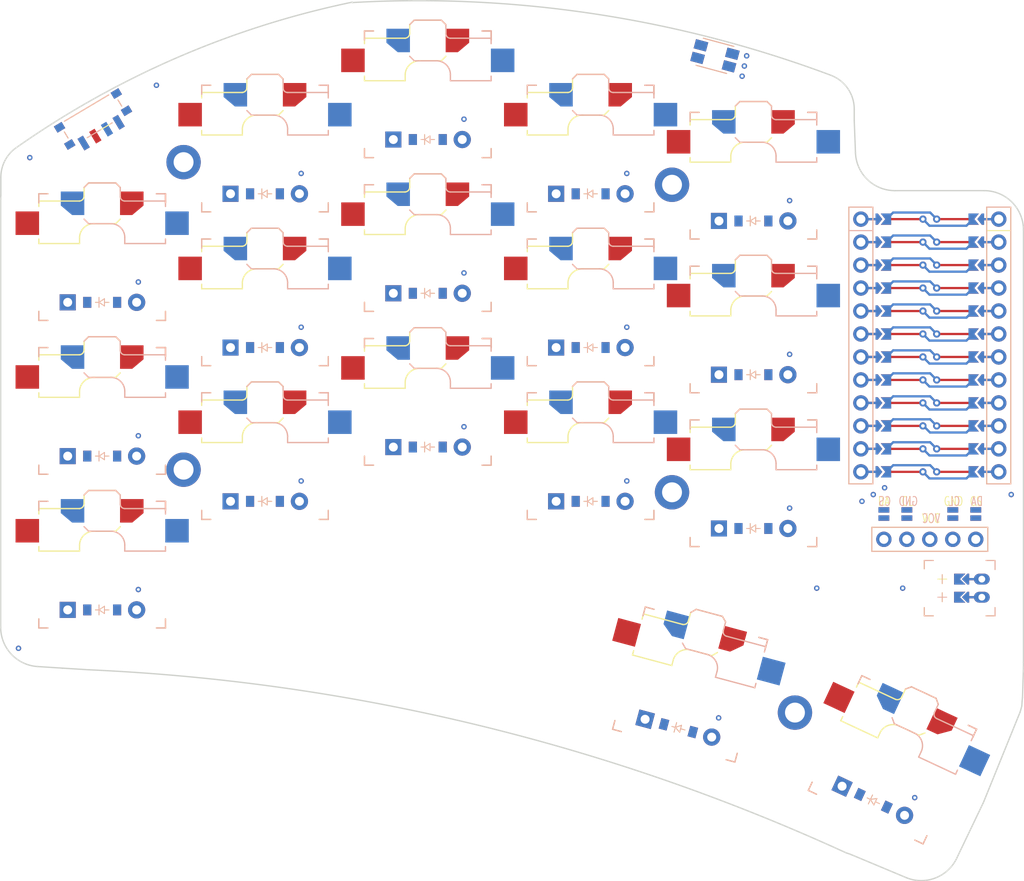
<source format=kicad_pcb>
(kicad_pcb (version 20171130) (host pcbnew 5.1.6)
  (title_block (title snak) (rev v1.0.0) (company Unknown))
  (layers (0 F.Cu signal) (31 B.Cu signal) (34 B.Paste user) (35 F.Paste user) (36 B.SilkS user) (37 F.SilkS user) (38 B.Mask user) (39 F.Mask user) (44 Edge.Cuts user))
  (net 0 "")
  (net 1 "P1")
  (net 2 "pinky_bot")
  (net 3 "pinky_mid")
  (net 4 "pinky_top")
  (net 5 "P0")
  (net 6 "ring_bot")
  (net 7 "ring_mid")
  (net 8 "ring_top")
  (net 9 "P2")
  (net 10 "middle_bot")
  (net 11 "middle_mid")
  (net 12 "middle_top")
  (net 13 "P3")
  (net 14 "index_bot")
  (net 15 "index_mid")
  (net 16 "index_top")
  (net 17 "P4")
  (net 18 "inner_bot")
  (net 19 "inner_mid")
  (net 20 "inner_top")
  (net 21 "P16")
  (net 22 "out_home")
  (net 23 "P9")
  (net 24 "in_home")
  (net 25 "P14")
  (net 26 "P15")
  (net 27 "P18")
  (net 28 "P10")
  (net 29 "RAW")
  (net 30 "GND")
  (net 31 "RST")
  (net 32 "VCC")
  (net 33 "P21")
  (net 34 "P20")
  (net 35 "P19")
  (net 36 "P5")
  (net 37 "P6")
  (net 38 "P7")
  (net 39 "P8")
  (net 40 "MCU1_24")
  (net 41 "MCU1_1")
  (net 42 "MCU1_2")
  (net 43 "MCU1_23")
  (net 44 "MCU1_22")
  (net 45 "MCU1_3")
  (net 46 "MCU1_21")
  (net 47 "MCU1_4")
  (net 48 "MCU1_5")
  (net 49 "MCU1_20")
  (net 50 "MCU1_6")
  (net 51 "MCU1_19")
  (net 52 "MCU1_7")
  (net 53 "MCU1_18")
  (net 54 "MCU1_8")
  (net 55 "MCU1_17")
  (net 56 "MCU1_9")
  (net 57 "MCU1_16")
  (net 58 "MCU1_15")
  (net 59 "MCU1_10")
  (net 60 "MCU1_14")
  (net 61 "MCU1_11")
  (net 62 "MCU1_13")
  (net 63 "MCU1_12")
  (net 64 "DISP1_1")
  (net 65 "DISP1_2")
  (net 66 "DISP1_4")
  (net 67 "DISP1_5")
  (net 68 "pos")
  (net 69 "JST1_1")
  (net 70 "JST1_2")
  (module PG1350 (layer F.Cu) (at 100 100 0)
    (fp_text reference "S1" hide)
    (pad "" np_thru_hole circle (at 0 0) (size 3.429 3.429) (drill 3.429) (layers *.Cu *.Mask))
    (pad "" np_thru_hole circle (at 5.5 0) (size 1.7018 1.7018) (drill 1.7018) (layers *.Cu *.Mask))
    (pad "" np_thru_hole circle (at -5.5 0) (size 1.7018 1.7018) (drill 1.7018) (layers *.Cu *.Mask))
    (pad "" np_thru_hole circle (at 0 -5.95) (size 3 3) (drill 3) (layers *.Cu *.Mask))
    (pad 1 smd custom (at -3.275 -5.95 0) (size 1 1) (layers B.Cu B.Paste B.Mask) (options (clearance outline) (anchor rect)) (primitives (gr_poly (pts (xy -1.3 -1.3) (xy -1.3 0.25) (xy -0.05 1.3) (xy 1.3 1.3) (xy 1.3 -1.3)) (width 0))) (net 1 "P1"))
    (pad 2 smd rect (at 8.275 -3.75 0) (size 2.6 2.6) (layers B.Cu B.Paste B.Mask) (net 2 "pinky_bot"))
    (pad "" np_thru_hole circle (at 5 -3.75 195) (size 3 3) (drill 3) (layers *.Cu *.Mask))
    (pad 1 connect custom (at 3.275 -5.95 0) (size 0.5 0.5) (layers F.Cu F.Mask) (options (clearance outline) (anchor rect)) (primitives (gr_poly (pts (xy -1.3 -1.3) (xy -1.3 1.3) (xy 0.05 1.3) (xy 1.3 0.25) (xy 1.3 -1.3)) (width 0))) (net 1 "P1"))
    (pad 2 smd rect (at -8.275 -3.75 0) (size 2.6 2.6) (layers F.Cu F.Paste F.Mask) (net 2 "pinky_bot"))
    (pad "" np_thru_hole circle (at -5 -3.75 195) (size 3 3) (drill 3) (layers *.Cu *.Mask))
  )
  (module PG1350 (layer F.Cu) (at 100 83 0)
    (fp_text reference "S2" hide)
    (pad "" np_thru_hole circle (at 0 0) (size 3.429 3.429) (drill 3.429) (layers *.Cu *.Mask))
    (pad "" np_thru_hole circle (at 5.5 0) (size 1.7018 1.7018) (drill 1.7018) (layers *.Cu *.Mask))
    (pad "" np_thru_hole circle (at -5.5 0) (size 1.7018 1.7018) (drill 1.7018) (layers *.Cu *.Mask))
    (pad "" np_thru_hole circle (at 0 -5.95) (size 3 3) (drill 3) (layers *.Cu *.Mask))
    (pad 1 smd custom (at -3.275 -5.95 0) (size 1 1) (layers B.Cu B.Paste B.Mask) (options (clearance outline) (anchor rect)) (primitives (gr_poly (pts (xy -1.3 -1.3) (xy -1.3 0.25) (xy -0.05 1.3) (xy 1.3 1.3) (xy 1.3 -1.3)) (width 0))) (net 1 "P1"))
    (pad 2 smd rect (at 8.275 -3.75 0) (size 2.6 2.6) (layers B.Cu B.Paste B.Mask) (net 3 "pinky_mid"))
    (pad "" np_thru_hole circle (at 5 -3.75 195) (size 3 3) (drill 3) (layers *.Cu *.Mask))
    (pad 1 connect custom (at 3.275 -5.95 0) (size 0.5 0.5) (layers F.Cu F.Mask) (options (clearance outline) (anchor rect)) (primitives (gr_poly (pts (xy -1.3 -1.3) (xy -1.3 1.3) (xy 0.05 1.3) (xy 1.3 0.25) (xy 1.3 -1.3)) (width 0))) (net 1 "P1"))
    (pad 2 smd rect (at -8.275 -3.75 0) (size 2.6 2.6) (layers F.Cu F.Paste F.Mask) (net 3 "pinky_mid"))
    (pad "" np_thru_hole circle (at -5 -3.75 195) (size 3 3) (drill 3) (layers *.Cu *.Mask))
  )
  (module PG1350 (layer F.Cu) (at 100 66 0)
    (fp_text reference "S3" hide)
    (pad "" np_thru_hole circle (at 0 0) (size 3.429 3.429) (drill 3.429) (layers *.Cu *.Mask))
    (pad "" np_thru_hole circle (at 5.5 0) (size 1.7018 1.7018) (drill 1.7018) (layers *.Cu *.Mask))
    (pad "" np_thru_hole circle (at -5.5 0) (size 1.7018 1.7018) (drill 1.7018) (layers *.Cu *.Mask))
    (pad "" np_thru_hole circle (at 0 -5.95) (size 3 3) (drill 3) (layers *.Cu *.Mask))
    (pad 1 smd custom (at -3.275 -5.95 0) (size 1 1) (layers B.Cu B.Paste B.Mask) (options (clearance outline) (anchor rect)) (primitives (gr_poly (pts (xy -1.3 -1.3) (xy -1.3 0.25) (xy -0.05 1.3) (xy 1.3 1.3) (xy 1.3 -1.3)) (width 0))) (net 1 "P1"))
    (pad 2 smd rect (at 8.275 -3.75 0) (size 2.6 2.6) (layers B.Cu B.Paste B.Mask) (net 4 "pinky_top"))
    (pad "" np_thru_hole circle (at 5 -3.75 195) (size 3 3) (drill 3) (layers *.Cu *.Mask))
    (pad 1 connect custom (at 3.275 -5.95 0) (size 0.5 0.5) (layers F.Cu F.Mask) (options (clearance outline) (anchor rect)) (primitives (gr_poly (pts (xy -1.3 -1.3) (xy -1.3 1.3) (xy 0.05 1.3) (xy 1.3 0.25) (xy 1.3 -1.3)) (width 0))) (net 1 "P1"))
    (pad 2 smd rect (at -8.275 -3.75 0) (size 2.6 2.6) (layers F.Cu F.Paste F.Mask) (net 4 "pinky_top"))
    (pad "" np_thru_hole circle (at -5 -3.75 195) (size 3 3) (drill 3) (layers *.Cu *.Mask))
  )
  (module PG1350 (layer F.Cu) (at 118 88 0)
    (fp_text reference "S4" hide)
    (pad "" np_thru_hole circle (at 0 0) (size 3.429 3.429) (drill 3.429) (layers *.Cu *.Mask))
    (pad "" np_thru_hole circle (at 5.5 0) (size 1.7018 1.7018) (drill 1.7018) (layers *.Cu *.Mask))
    (pad "" np_thru_hole circle (at -5.5 0) (size 1.7018 1.7018) (drill 1.7018) (layers *.Cu *.Mask))
    (pad "" np_thru_hole circle (at 0 -5.95) (size 3 3) (drill 3) (layers *.Cu *.Mask))
    (pad 1 smd custom (at -3.275 -5.95 0) (size 1 1) (layers B.Cu B.Paste B.Mask) (options (clearance outline) (anchor rect)) (primitives (gr_poly (pts (xy -1.3 -1.3) (xy -1.3 0.25) (xy -0.05 1.3) (xy 1.3 1.3) (xy 1.3 -1.3)) (width 0))) (net 5 "P0"))
    (pad 2 smd rect (at 8.275 -3.75 0) (size 2.6 2.6) (layers B.Cu B.Paste B.Mask) (net 6 "ring_bot"))
    (pad "" np_thru_hole circle (at 5 -3.75 195) (size 3 3) (drill 3) (layers *.Cu *.Mask))
    (pad 1 connect custom (at 3.275 -5.95 0) (size 0.5 0.5) (layers F.Cu F.Mask) (options (clearance outline) (anchor rect)) (primitives (gr_poly (pts (xy -1.3 -1.3) (xy -1.3 1.3) (xy 0.05 1.3) (xy 1.3 0.25) (xy 1.3 -1.3)) (width 0))) (net 5 "P0"))
    (pad 2 smd rect (at -8.275 -3.75 0) (size 2.6 2.6) (layers F.Cu F.Paste F.Mask) (net 6 "ring_bot"))
    (pad "" np_thru_hole circle (at -5 -3.75 195) (size 3 3) (drill 3) (layers *.Cu *.Mask))
  )
  (module PG1350 (layer F.Cu) (at 118 71 0)
    (fp_text reference "S5" hide)
    (pad "" np_thru_hole circle (at 0 0) (size 3.429 3.429) (drill 3.429) (layers *.Cu *.Mask))
    (pad "" np_thru_hole circle (at 5.5 0) (size 1.7018 1.7018) (drill 1.7018) (layers *.Cu *.Mask))
    (pad "" np_thru_hole circle (at -5.5 0) (size 1.7018 1.7018) (drill 1.7018) (layers *.Cu *.Mask))
    (pad "" np_thru_hole circle (at 0 -5.95) (size 3 3) (drill 3) (layers *.Cu *.Mask))
    (pad 1 smd custom (at -3.275 -5.95 0) (size 1 1) (layers B.Cu B.Paste B.Mask) (options (clearance outline) (anchor rect)) (primitives (gr_poly (pts (xy -1.3 -1.3) (xy -1.3 0.25) (xy -0.05 1.3) (xy 1.3 1.3) (xy 1.3 -1.3)) (width 0))) (net 5 "P0"))
    (pad 2 smd rect (at 8.275 -3.75 0) (size 2.6 2.6) (layers B.Cu B.Paste B.Mask) (net 7 "ring_mid"))
    (pad "" np_thru_hole circle (at 5 -3.75 195) (size 3 3) (drill 3) (layers *.Cu *.Mask))
    (pad 1 connect custom (at 3.275 -5.95 0) (size 0.5 0.5) (layers F.Cu F.Mask) (options (clearance outline) (anchor rect)) (primitives (gr_poly (pts (xy -1.3 -1.3) (xy -1.3 1.3) (xy 0.05 1.3) (xy 1.3 0.25) (xy 1.3 -1.3)) (width 0))) (net 5 "P0"))
    (pad 2 smd rect (at -8.275 -3.75 0) (size 2.6 2.6) (layers F.Cu F.Paste F.Mask) (net 7 "ring_mid"))
    (pad "" np_thru_hole circle (at -5 -3.75 195) (size 3 3) (drill 3) (layers *.Cu *.Mask))
  )
  (module PG1350 (layer F.Cu) (at 118 54 0)
    (fp_text reference "S6" hide)
    (pad "" np_thru_hole circle (at 0 0) (size 3.429 3.429) (drill 3.429) (layers *.Cu *.Mask))
    (pad "" np_thru_hole circle (at 5.5 0) (size 1.7018 1.7018) (drill 1.7018) (layers *.Cu *.Mask))
    (pad "" np_thru_hole circle (at -5.5 0) (size 1.7018 1.7018) (drill 1.7018) (layers *.Cu *.Mask))
    (pad "" np_thru_hole circle (at 0 -5.95) (size 3 3) (drill 3) (layers *.Cu *.Mask))
    (pad 1 smd custom (at -3.275 -5.95 0) (size 1 1) (layers B.Cu B.Paste B.Mask) (options (clearance outline) (anchor rect)) (primitives (gr_poly (pts (xy -1.3 -1.3) (xy -1.3 0.25) (xy -0.05 1.3) (xy 1.3 1.3) (xy 1.3 -1.3)) (width 0))) (net 5 "P0"))
    (pad 2 smd rect (at 8.275 -3.75 0) (size 2.6 2.6) (layers B.Cu B.Paste B.Mask) (net 8 "ring_top"))
    (pad "" np_thru_hole circle (at 5 -3.75 195) (size 3 3) (drill 3) (layers *.Cu *.Mask))
    (pad 1 connect custom (at 3.275 -5.95 0) (size 0.5 0.5) (layers F.Cu F.Mask) (options (clearance outline) (anchor rect)) (primitives (gr_poly (pts (xy -1.3 -1.3) (xy -1.3 1.3) (xy 0.05 1.3) (xy 1.3 0.25) (xy 1.3 -1.3)) (width 0))) (net 5 "P0"))
    (pad 2 smd rect (at -8.275 -3.75 0) (size 2.6 2.6) (layers F.Cu F.Paste F.Mask) (net 8 "ring_top"))
    (pad "" np_thru_hole circle (at -5 -3.75 195) (size 3 3) (drill 3) (layers *.Cu *.Mask))
  )
  (module PG1350 (layer F.Cu) (at 136 82 0)
    (fp_text reference "S7" hide)
    (pad "" np_thru_hole circle (at 0 0) (size 3.429 3.429) (drill 3.429) (layers *.Cu *.Mask))
    (pad "" np_thru_hole circle (at 5.5 0) (size 1.7018 1.7018) (drill 1.7018) (layers *.Cu *.Mask))
    (pad "" np_thru_hole circle (at -5.5 0) (size 1.7018 1.7018) (drill 1.7018) (layers *.Cu *.Mask))
    (pad "" np_thru_hole circle (at 0 -5.95) (size 3 3) (drill 3) (layers *.Cu *.Mask))
    (pad 1 smd custom (at -3.275 -5.95 0) (size 1 1) (layers B.Cu B.Paste B.Mask) (options (clearance outline) (anchor rect)) (primitives (gr_poly (pts (xy -1.3 -1.3) (xy -1.3 0.25) (xy -0.05 1.3) (xy 1.3 1.3) (xy 1.3 -1.3)) (width 0))) (net 9 "P2"))
    (pad 2 smd rect (at 8.275 -3.75 0) (size 2.6 2.6) (layers B.Cu B.Paste B.Mask) (net 10 "middle_bot"))
    (pad "" np_thru_hole circle (at 5 -3.75 195) (size 3 3) (drill 3) (layers *.Cu *.Mask))
    (pad 1 connect custom (at 3.275 -5.95 0) (size 0.5 0.5) (layers F.Cu F.Mask) (options (clearance outline) (anchor rect)) (primitives (gr_poly (pts (xy -1.3 -1.3) (xy -1.3 1.3) (xy 0.05 1.3) (xy 1.3 0.25) (xy 1.3 -1.3)) (width 0))) (net 9 "P2"))
    (pad 2 smd rect (at -8.275 -3.75 0) (size 2.6 2.6) (layers F.Cu F.Paste F.Mask) (net 10 "middle_bot"))
    (pad "" np_thru_hole circle (at -5 -3.75 195) (size 3 3) (drill 3) (layers *.Cu *.Mask))
  )
  (module PG1350 (layer F.Cu) (at 136 65 0)
    (fp_text reference "S8" hide)
    (pad "" np_thru_hole circle (at 0 0) (size 3.429 3.429) (drill 3.429) (layers *.Cu *.Mask))
    (pad "" np_thru_hole circle (at 5.5 0) (size 1.7018 1.7018) (drill 1.7018) (layers *.Cu *.Mask))
    (pad "" np_thru_hole circle (at -5.5 0) (size 1.7018 1.7018) (drill 1.7018) (layers *.Cu *.Mask))
    (pad "" np_thru_hole circle (at 0 -5.95) (size 3 3) (drill 3) (layers *.Cu *.Mask))
    (pad 1 smd custom (at -3.275 -5.95 0) (size 1 1) (layers B.Cu B.Paste B.Mask) (options (clearance outline) (anchor rect)) (primitives (gr_poly (pts (xy -1.3 -1.3) (xy -1.3 0.25) (xy -0.05 1.3) (xy 1.3 1.3) (xy 1.3 -1.3)) (width 0))) (net 9 "P2"))
    (pad 2 smd rect (at 8.275 -3.75 0) (size 2.6 2.6) (layers B.Cu B.Paste B.Mask) (net 11 "middle_mid"))
    (pad "" np_thru_hole circle (at 5 -3.75 195) (size 3 3) (drill 3) (layers *.Cu *.Mask))
    (pad 1 connect custom (at 3.275 -5.95 0) (size 0.5 0.5) (layers F.Cu F.Mask) (options (clearance outline) (anchor rect)) (primitives (gr_poly (pts (xy -1.3 -1.3) (xy -1.3 1.3) (xy 0.05 1.3) (xy 1.3 0.25) (xy 1.3 -1.3)) (width 0))) (net 9 "P2"))
    (pad 2 smd rect (at -8.275 -3.75 0) (size 2.6 2.6) (layers F.Cu F.Paste F.Mask) (net 11 "middle_mid"))
    (pad "" np_thru_hole circle (at -5 -3.75 195) (size 3 3) (drill 3) (layers *.Cu *.Mask))
  )
  (module PG1350 (layer F.Cu) (at 136 48 0)
    (fp_text reference "S9" hide)
    (pad "" np_thru_hole circle (at 0 0) (size 3.429 3.429) (drill 3.429) (layers *.Cu *.Mask))
    (pad "" np_thru_hole circle (at 5.5 0) (size 1.7018 1.7018) (drill 1.7018) (layers *.Cu *.Mask))
    (pad "" np_thru_hole circle (at -5.5 0) (size 1.7018 1.7018) (drill 1.7018) (layers *.Cu *.Mask))
    (pad "" np_thru_hole circle (at 0 -5.95) (size 3 3) (drill 3) (layers *.Cu *.Mask))
    (pad 1 smd custom (at -3.275 -5.95 0) (size 1 1) (layers B.Cu B.Paste B.Mask) (options (clearance outline) (anchor rect)) (primitives (gr_poly (pts (xy -1.3 -1.3) (xy -1.3 0.25) (xy -0.05 1.3) (xy 1.3 1.3) (xy 1.3 -1.3)) (width 0))) (net 9 "P2"))
    (pad 2 smd rect (at 8.275 -3.75 0) (size 2.6 2.6) (layers B.Cu B.Paste B.Mask) (net 12 "middle_top"))
    (pad "" np_thru_hole circle (at 5 -3.75 195) (size 3 3) (drill 3) (layers *.Cu *.Mask))
    (pad 1 connect custom (at 3.275 -5.95 0) (size 0.5 0.5) (layers F.Cu F.Mask) (options (clearance outline) (anchor rect)) (primitives (gr_poly (pts (xy -1.3 -1.3) (xy -1.3 1.3) (xy 0.05 1.3) (xy 1.3 0.25) (xy 1.3 -1.3)) (width 0))) (net 9 "P2"))
    (pad 2 smd rect (at -8.275 -3.75 0) (size 2.6 2.6) (layers F.Cu F.Paste F.Mask) (net 12 "middle_top"))
    (pad "" np_thru_hole circle (at -5 -3.75 195) (size 3 3) (drill 3) (layers *.Cu *.Mask))
  )
  (module PG1350 (layer F.Cu) (at 154 88 0)
    (fp_text reference "S10" hide)
    (pad "" np_thru_hole circle (at 0 0) (size 3.429 3.429) (drill 3.429) (layers *.Cu *.Mask))
    (pad "" np_thru_hole circle (at 5.5 0) (size 1.7018 1.7018) (drill 1.7018) (layers *.Cu *.Mask))
    (pad "" np_thru_hole circle (at -5.5 0) (size 1.7018 1.7018) (drill 1.7018) (layers *.Cu *.Mask))
    (pad "" np_thru_hole circle (at 0 -5.95) (size 3 3) (drill 3) (layers *.Cu *.Mask))
    (pad 1 smd custom (at -3.275 -5.95 0) (size 1 1) (layers B.Cu B.Paste B.Mask) (options (clearance outline) (anchor rect)) (primitives (gr_poly (pts (xy -1.3 -1.3) (xy -1.3 0.25) (xy -0.05 1.3) (xy 1.3 1.3) (xy 1.3 -1.3)) (width 0))) (net 13 "P3"))
    (pad 2 smd rect (at 8.275 -3.75 0) (size 2.6 2.6) (layers B.Cu B.Paste B.Mask) (net 14 "index_bot"))
    (pad "" np_thru_hole circle (at 5 -3.75 195) (size 3 3) (drill 3) (layers *.Cu *.Mask))
    (pad 1 connect custom (at 3.275 -5.95 0) (size 0.5 0.5) (layers F.Cu F.Mask) (options (clearance outline) (anchor rect)) (primitives (gr_poly (pts (xy -1.3 -1.3) (xy -1.3 1.3) (xy 0.05 1.3) (xy 1.3 0.25) (xy 1.3 -1.3)) (width 0))) (net 13 "P3"))
    (pad 2 smd rect (at -8.275 -3.75 0) (size 2.6 2.6) (layers F.Cu F.Paste F.Mask) (net 14 "index_bot"))
    (pad "" np_thru_hole circle (at -5 -3.75 195) (size 3 3) (drill 3) (layers *.Cu *.Mask))
  )
  (module PG1350 (layer F.Cu) (at 154 71 0)
    (fp_text reference "S11" hide)
    (pad "" np_thru_hole circle (at 0 0) (size 3.429 3.429) (drill 3.429) (layers *.Cu *.Mask))
    (pad "" np_thru_hole circle (at 5.5 0) (size 1.7018 1.7018) (drill 1.7018) (layers *.Cu *.Mask))
    (pad "" np_thru_hole circle (at -5.5 0) (size 1.7018 1.7018) (drill 1.7018) (layers *.Cu *.Mask))
    (pad "" np_thru_hole circle (at 0 -5.95) (size 3 3) (drill 3) (layers *.Cu *.Mask))
    (pad 1 smd custom (at -3.275 -5.95 0) (size 1 1) (layers B.Cu B.Paste B.Mask) (options (clearance outline) (anchor rect)) (primitives (gr_poly (pts (xy -1.3 -1.3) (xy -1.3 0.25) (xy -0.05 1.3) (xy 1.3 1.3) (xy 1.3 -1.3)) (width 0))) (net 13 "P3"))
    (pad 2 smd rect (at 8.275 -3.75 0) (size 2.6 2.6) (layers B.Cu B.Paste B.Mask) (net 15 "index_mid"))
    (pad "" np_thru_hole circle (at 5 -3.75 195) (size 3 3) (drill 3) (layers *.Cu *.Mask))
    (pad 1 connect custom (at 3.275 -5.95 0) (size 0.5 0.5) (layers F.Cu F.Mask) (options (clearance outline) (anchor rect)) (primitives (gr_poly (pts (xy -1.3 -1.3) (xy -1.3 1.3) (xy 0.05 1.3) (xy 1.3 0.25) (xy 1.3 -1.3)) (width 0))) (net 13 "P3"))
    (pad 2 smd rect (at -8.275 -3.75 0) (size 2.6 2.6) (layers F.Cu F.Paste F.Mask) (net 15 "index_mid"))
    (pad "" np_thru_hole circle (at -5 -3.75 195) (size 3 3) (drill 3) (layers *.Cu *.Mask))
  )
  (module PG1350 (layer F.Cu) (at 154 54 0)
    (fp_text reference "S12" hide)
    (pad "" np_thru_hole circle (at 0 0) (size 3.429 3.429) (drill 3.429) (layers *.Cu *.Mask))
    (pad "" np_thru_hole circle (at 5.5 0) (size 1.7018 1.7018) (drill 1.7018) (layers *.Cu *.Mask))
    (pad "" np_thru_hole circle (at -5.5 0) (size 1.7018 1.7018) (drill 1.7018) (layers *.Cu *.Mask))
    (pad "" np_thru_hole circle (at 0 -5.95) (size 3 3) (drill 3) (layers *.Cu *.Mask))
    (pad 1 smd custom (at -3.275 -5.95 0) (size 1 1) (layers B.Cu B.Paste B.Mask) (options (clearance outline) (anchor rect)) (primitives (gr_poly (pts (xy -1.3 -1.3) (xy -1.3 0.25) (xy -0.05 1.3) (xy 1.3 1.3) (xy 1.3 -1.3)) (width 0))) (net 13 "P3"))
    (pad 2 smd rect (at 8.275 -3.75 0) (size 2.6 2.6) (layers B.Cu B.Paste B.Mask) (net 16 "index_top"))
    (pad "" np_thru_hole circle (at 5 -3.75 195) (size 3 3) (drill 3) (layers *.Cu *.Mask))
    (pad 1 connect custom (at 3.275 -5.95 0) (size 0.5 0.5) (layers F.Cu F.Mask) (options (clearance outline) (anchor rect)) (primitives (gr_poly (pts (xy -1.3 -1.3) (xy -1.3 1.3) (xy 0.05 1.3) (xy 1.3 0.25) (xy 1.3 -1.3)) (width 0))) (net 13 "P3"))
    (pad 2 smd rect (at -8.275 -3.75 0) (size 2.6 2.6) (layers F.Cu F.Paste F.Mask) (net 16 "index_top"))
    (pad "" np_thru_hole circle (at -5 -3.75 195) (size 3 3) (drill 3) (layers *.Cu *.Mask))
  )
  (module PG1350 (layer F.Cu) (at 172 91 0)
    (fp_text reference "S13" hide)
    (pad "" np_thru_hole circle (at 0 0) (size 3.429 3.429) (drill 3.429) (layers *.Cu *.Mask))
    (pad "" np_thru_hole circle (at 5.5 0) (size 1.7018 1.7018) (drill 1.7018) (layers *.Cu *.Mask))
    (pad "" np_thru_hole circle (at -5.5 0) (size 1.7018 1.7018) (drill 1.7018) (layers *.Cu *.Mask))
    (pad "" np_thru_hole circle (at 0 -5.95) (size 3 3) (drill 3) (layers *.Cu *.Mask))
    (pad 1 smd custom (at -3.275 -5.95 0) (size 1 1) (layers B.Cu B.Paste B.Mask) (options (clearance outline) (anchor rect)) (primitives (gr_poly (pts (xy -1.3 -1.3) (xy -1.3 0.25) (xy -0.05 1.3) (xy 1.3 1.3) (xy 1.3 -1.3)) (width 0))) (net 17 "P4"))
    (pad 2 smd rect (at 8.275 -3.75 0) (size 2.6 2.6) (layers B.Cu B.Paste B.Mask) (net 18 "inner_bot"))
    (pad "" np_thru_hole circle (at 5 -3.75 195) (size 3 3) (drill 3) (layers *.Cu *.Mask))
    (pad 1 connect custom (at 3.275 -5.95 0) (size 0.5 0.5) (layers F.Cu F.Mask) (options (clearance outline) (anchor rect)) (primitives (gr_poly (pts (xy -1.3 -1.3) (xy -1.3 1.3) (xy 0.05 1.3) (xy 1.3 0.25) (xy 1.3 -1.3)) (width 0))) (net 17 "P4"))
    (pad 2 smd rect (at -8.275 -3.75 0) (size 2.6 2.6) (layers F.Cu F.Paste F.Mask) (net 18 "inner_bot"))
    (pad "" np_thru_hole circle (at -5 -3.75 195) (size 3 3) (drill 3) (layers *.Cu *.Mask))
  )
  (module PG1350 (layer F.Cu) (at 172 74 0)
    (fp_text reference "S14" hide)
    (pad "" np_thru_hole circle (at 0 0) (size 3.429 3.429) (drill 3.429) (layers *.Cu *.Mask))
    (pad "" np_thru_hole circle (at 5.5 0) (size 1.7018 1.7018) (drill 1.7018) (layers *.Cu *.Mask))
    (pad "" np_thru_hole circle (at -5.5 0) (size 1.7018 1.7018) (drill 1.7018) (layers *.Cu *.Mask))
    (pad "" np_thru_hole circle (at 0 -5.95) (size 3 3) (drill 3) (layers *.Cu *.Mask))
    (pad 1 smd custom (at -3.275 -5.95 0) (size 1 1) (layers B.Cu B.Paste B.Mask) (options (clearance outline) (anchor rect)) (primitives (gr_poly (pts (xy -1.3 -1.3) (xy -1.3 0.25) (xy -0.05 1.3) (xy 1.3 1.3) (xy 1.3 -1.3)) (width 0))) (net 17 "P4"))
    (pad 2 smd rect (at 8.275 -3.75 0) (size 2.6 2.6) (layers B.Cu B.Paste B.Mask) (net 19 "inner_mid"))
    (pad "" np_thru_hole circle (at 5 -3.75 195) (size 3 3) (drill 3) (layers *.Cu *.Mask))
    (pad 1 connect custom (at 3.275 -5.95 0) (size 0.5 0.5) (layers F.Cu F.Mask) (options (clearance outline) (anchor rect)) (primitives (gr_poly (pts (xy -1.3 -1.3) (xy -1.3 1.3) (xy 0.05 1.3) (xy 1.3 0.25) (xy 1.3 -1.3)) (width 0))) (net 17 "P4"))
    (pad 2 smd rect (at -8.275 -3.75 0) (size 2.6 2.6) (layers F.Cu F.Paste F.Mask) (net 19 "inner_mid"))
    (pad "" np_thru_hole circle (at -5 -3.75 195) (size 3 3) (drill 3) (layers *.Cu *.Mask))
  )
  (module PG1350 (layer F.Cu) (at 172 57 0)
    (fp_text reference "S15" hide)
    (pad "" np_thru_hole circle (at 0 0) (size 3.429 3.429) (drill 3.429) (layers *.Cu *.Mask))
    (pad "" np_thru_hole circle (at 5.5 0) (size 1.7018 1.7018) (drill 1.7018) (layers *.Cu *.Mask))
    (pad "" np_thru_hole circle (at -5.5 0) (size 1.7018 1.7018) (drill 1.7018) (layers *.Cu *.Mask))
    (pad "" np_thru_hole circle (at 0 -5.95) (size 3 3) (drill 3) (layers *.Cu *.Mask))
    (pad 1 smd custom (at -3.275 -5.95 0) (size 1 1) (layers B.Cu B.Paste B.Mask) (options (clearance outline) (anchor rect)) (primitives (gr_poly (pts (xy -1.3 -1.3) (xy -1.3 0.25) (xy -0.05 1.3) (xy 1.3 1.3) (xy 1.3 -1.3)) (width 0))) (net 17 "P4"))
    (pad 2 smd rect (at 8.275 -3.75 0) (size 2.6 2.6) (layers B.Cu B.Paste B.Mask) (net 20 "inner_top"))
    (pad "" np_thru_hole circle (at 5 -3.75 195) (size 3 3) (drill 3) (layers *.Cu *.Mask))
    (pad 1 connect custom (at 3.275 -5.95 0) (size 0.5 0.5) (layers F.Cu F.Mask) (options (clearance outline) (anchor rect)) (primitives (gr_poly (pts (xy -1.3 -1.3) (xy -1.3 1.3) (xy 0.05 1.3) (xy 1.3 0.25) (xy 1.3 -1.3)) (width 0))) (net 17 "P4"))
    (pad 2 smd rect (at -8.275 -3.75 0) (size 2.6 2.6) (layers F.Cu F.Paste F.Mask) (net 20 "inner_top"))
    (pad "" np_thru_hole circle (at -5 -3.75 195) (size 3 3) (drill 3) (layers *.Cu *.Mask))
  )
  (module PG1350 (layer F.Cu) (at 165 113.25 -15)
    (fp_text reference "S16" hide)
    (pad "" np_thru_hole circle (at 0 0) (size 3.429 3.429) (drill 3.429) (layers *.Cu *.Mask))
    (pad "" np_thru_hole circle (at 5.5 0) (size 1.7018 1.7018) (drill 1.7018) (layers *.Cu *.Mask))
    (pad "" np_thru_hole circle (at -5.5 0) (size 1.7018 1.7018) (drill 1.7018) (layers *.Cu *.Mask))
    (pad "" np_thru_hole circle (at 0 -5.95) (size 3 3) (drill 3) (layers *.Cu *.Mask))
    (pad 1 smd custom (at -3.275 -5.95 -15) (size 1 1) (layers B.Cu B.Paste B.Mask) (options (clearance outline) (anchor rect)) (primitives (gr_poly (pts (xy -1.3 -1.3) (xy -1.3 0.25) (xy -0.05 1.3) (xy 1.3 1.3) (xy 1.3 -1.3)) (width 0))) (net 21 "P16"))
    (pad 2 smd rect (at 8.275 -3.75 -15) (size 2.6 2.6) (layers B.Cu B.Paste B.Mask) (net 22 "out_home"))
    (pad "" np_thru_hole circle (at 5 -3.75 195) (size 3 3) (drill 3) (layers *.Cu *.Mask))
    (pad 1 connect custom (at 3.275 -5.95 -15) (size 0.5 0.5) (layers F.Cu F.Mask) (options (clearance outline) (anchor rect)) (primitives (gr_poly (pts (xy -1.3 -1.3) (xy -1.3 1.3) (xy 0.05 1.3) (xy 1.3 0.25) (xy 1.3 -1.3)) (width 0))) (net 21 "P16"))
    (pad 2 smd rect (at -8.275 -3.75 -15) (size 2.6 2.6) (layers F.Cu F.Paste F.Mask) (net 22 "out_home"))
    (pad "" np_thru_hole circle (at -5 -3.75 195) (size 3 3) (drill 3) (layers *.Cu *.Mask))
  )
  (module PG1350 (layer F.Cu) (at 187.3680548 121.5728736 -25)
    (fp_text reference "S17" hide)
    (pad "" np_thru_hole circle (at 0 0) (size 3.429 3.429) (drill 3.429) (layers *.Cu *.Mask))
    (pad "" np_thru_hole circle (at 5.5 0) (size 1.7018 1.7018) (drill 1.7018) (layers *.Cu *.Mask))
    (pad "" np_thru_hole circle (at -5.5 0) (size 1.7018 1.7018) (drill 1.7018) (layers *.Cu *.Mask))
    (pad "" np_thru_hole circle (at 0 -5.95) (size 3 3) (drill 3) (layers *.Cu *.Mask))
    (pad 1 smd custom (at -3.275 -5.95 -25) (size 1 1) (layers B.Cu B.Paste B.Mask) (options (clearance outline) (anchor rect)) (primitives (gr_poly (pts (xy -1.3 -1.3) (xy -1.3 0.25) (xy -0.05 1.3) (xy 1.3 1.3) (xy 1.3 -1.3)) (width 0))) (net 23 "P9"))
    (pad 2 smd rect (at 8.275 -3.75 -25) (size 2.6 2.6) (layers B.Cu B.Paste B.Mask) (net 24 "in_home"))
    (pad "" np_thru_hole circle (at 5 -3.75 195) (size 3 3) (drill 3) (layers *.Cu *.Mask))
    (pad 1 connect custom (at 3.275 -5.95 -25) (size 0.5 0.5) (layers F.Cu F.Mask) (options (clearance outline) (anchor rect)) (primitives (gr_poly (pts (xy -1.3 -1.3) (xy -1.3 1.3) (xy 0.05 1.3) (xy 1.3 0.25) (xy 1.3 -1.3)) (width 0))) (net 23 "P9"))
    (pad 2 smd rect (at -8.275 -3.75 -25) (size 2.6 2.6) (layers F.Cu F.Paste F.Mask) (net 24 "in_home"))
    (pad "" np_thru_hole circle (at -5 -3.75 195) (size 3 3) (drill 3) (layers *.Cu *.Mask))
  )
  (module ComboDiode (layer F.Cu) (at 100 105 0)
    (fp_text reference "D1" hide)
    (fp_text value "" hide)
    (pad 1 smd rect (at -1.65 0 0) (size 0.9 1.2) (layers F.Cu F.Paste F.Mask) (net 25 "P14"))
    (pad 2 smd rect (at 1.65 0 0) (size 0.9 1.2) (layers B.Cu B.Paste B.Mask) (net 2 "pinky_bot"))
    (pad 1 smd rect (at -1.65 0 0) (size 0.9 1.2) (layers B.Cu B.Paste B.Mask) (net 25 "P14"))
    (pad 2 smd rect (at 1.65 0 0) (size 0.9 1.2) (layers F.Cu F.Paste F.Mask) (net 2 "pinky_bot"))
    (pad 1 thru_hole rect (at -3.81 0 0) (size 1.778 1.778) (drill 0.9906) (layers *.Cu *.Mask) (net 25 "P14"))
    (pad 2 thru_hole circle (at 3.81 0 0) (size 1.905 1.905) (drill 0.9906) (layers *.Cu *.Mask) (net 2 "pinky_bot"))
  )
  (module ComboDiode (layer F.Cu) (at 100 88 0)
    (fp_text reference "D2" hide)
    (fp_text value "" hide)
    (pad 1 smd rect (at -1.65 0 0) (size 0.9 1.2) (layers F.Cu F.Paste F.Mask) (net 26 "P15"))
    (pad 2 smd rect (at 1.65 0 0) (size 0.9 1.2) (layers B.Cu B.Paste B.Mask) (net 3 "pinky_mid"))
    (pad 1 smd rect (at -1.65 0 0) (size 0.9 1.2) (layers B.Cu B.Paste B.Mask) (net 26 "P15"))
    (pad 2 smd rect (at 1.65 0 0) (size 0.9 1.2) (layers F.Cu F.Paste F.Mask) (net 3 "pinky_mid"))
    (pad 1 thru_hole rect (at -3.81 0 0) (size 1.778 1.778) (drill 0.9906) (layers *.Cu *.Mask) (net 26 "P15"))
    (pad 2 thru_hole circle (at 3.81 0 0) (size 1.905 1.905) (drill 0.9906) (layers *.Cu *.Mask) (net 3 "pinky_mid"))
  )
  (module ComboDiode (layer F.Cu) (at 100 71 0)
    (fp_text reference "D3" hide)
    (fp_text value "" hide)
    (pad 1 smd rect (at -1.65 0 0) (size 0.9 1.2) (layers F.Cu F.Paste F.Mask) (net 27 "P18"))
    (pad 2 smd rect (at 1.65 0 0) (size 0.9 1.2) (layers B.Cu B.Paste B.Mask) (net 4 "pinky_top"))
    (pad 1 smd rect (at -1.65 0 0) (size 0.9 1.2) (layers B.Cu B.Paste B.Mask) (net 27 "P18"))
    (pad 2 smd rect (at 1.65 0 0) (size 0.9 1.2) (layers F.Cu F.Paste F.Mask) (net 4 "pinky_top"))
    (pad 1 thru_hole rect (at -3.81 0 0) (size 1.778 1.778) (drill 0.9906) (layers *.Cu *.Mask) (net 27 "P18"))
    (pad 2 thru_hole circle (at 3.81 0 0) (size 1.905 1.905) (drill 0.9906) (layers *.Cu *.Mask) (net 4 "pinky_top"))
  )
  (module ComboDiode (layer F.Cu) (at 118 93 0)
    (fp_text reference "D4" hide)
    (fp_text value "" hide)
    (pad 1 smd rect (at -1.65 0 0) (size 0.9 1.2) (layers F.Cu F.Paste F.Mask) (net 25 "P14"))
    (pad 2 smd rect (at 1.65 0 0) (size 0.9 1.2) (layers B.Cu B.Paste B.Mask) (net 6 "ring_bot"))
    (pad 1 smd rect (at -1.65 0 0) (size 0.9 1.2) (layers B.Cu B.Paste B.Mask) (net 25 "P14"))
    (pad 2 smd rect (at 1.65 0 0) (size 0.9 1.2) (layers F.Cu F.Paste F.Mask) (net 6 "ring_bot"))
    (pad 1 thru_hole rect (at -3.81 0 0) (size 1.778 1.778) (drill 0.9906) (layers *.Cu *.Mask) (net 25 "P14"))
    (pad 2 thru_hole circle (at 3.81 0 0) (size 1.905 1.905) (drill 0.9906) (layers *.Cu *.Mask) (net 6 "ring_bot"))
  )
  (module ComboDiode (layer F.Cu) (at 118 76 0)
    (fp_text reference "D5" hide)
    (fp_text value "" hide)
    (pad 1 smd rect (at -1.65 0 0) (size 0.9 1.2) (layers F.Cu F.Paste F.Mask) (net 26 "P15"))
    (pad 2 smd rect (at 1.65 0 0) (size 0.9 1.2) (layers B.Cu B.Paste B.Mask) (net 7 "ring_mid"))
    (pad 1 smd rect (at -1.65 0 0) (size 0.9 1.2) (layers B.Cu B.Paste B.Mask) (net 26 "P15"))
    (pad 2 smd rect (at 1.65 0 0) (size 0.9 1.2) (layers F.Cu F.Paste F.Mask) (net 7 "ring_mid"))
    (pad 1 thru_hole rect (at -3.81 0 0) (size 1.778 1.778) (drill 0.9906) (layers *.Cu *.Mask) (net 26 "P15"))
    (pad 2 thru_hole circle (at 3.81 0 0) (size 1.905 1.905) (drill 0.9906) (layers *.Cu *.Mask) (net 7 "ring_mid"))
  )
  (module ComboDiode (layer F.Cu) (at 118 59 0)
    (fp_text reference "D6" hide)
    (fp_text value "" hide)
    (pad 1 smd rect (at -1.65 0 0) (size 0.9 1.2) (layers F.Cu F.Paste F.Mask) (net 27 "P18"))
    (pad 2 smd rect (at 1.65 0 0) (size 0.9 1.2) (layers B.Cu B.Paste B.Mask) (net 8 "ring_top"))
    (pad 1 smd rect (at -1.65 0 0) (size 0.9 1.2) (layers B.Cu B.Paste B.Mask) (net 27 "P18"))
    (pad 2 smd rect (at 1.65 0 0) (size 0.9 1.2) (layers F.Cu F.Paste F.Mask) (net 8 "ring_top"))
    (pad 1 thru_hole rect (at -3.81 0 0) (size 1.778 1.778) (drill 0.9906) (layers *.Cu *.Mask) (net 27 "P18"))
    (pad 2 thru_hole circle (at 3.81 0 0) (size 1.905 1.905) (drill 0.9906) (layers *.Cu *.Mask) (net 8 "ring_top"))
  )
  (module ComboDiode (layer F.Cu) (at 136 87 0)
    (fp_text reference "D7" hide)
    (fp_text value "" hide)
    (pad 1 smd rect (at -1.65 0 0) (size 0.9 1.2) (layers F.Cu F.Paste F.Mask) (net 25 "P14"))
    (pad 2 smd rect (at 1.65 0 0) (size 0.9 1.2) (layers B.Cu B.Paste B.Mask) (net 10 "middle_bot"))
    (pad 1 smd rect (at -1.65 0 0) (size 0.9 1.2) (layers B.Cu B.Paste B.Mask) (net 25 "P14"))
    (pad 2 smd rect (at 1.65 0 0) (size 0.9 1.2) (layers F.Cu F.Paste F.Mask) (net 10 "middle_bot"))
    (pad 1 thru_hole rect (at -3.81 0 0) (size 1.778 1.778) (drill 0.9906) (layers *.Cu *.Mask) (net 25 "P14"))
    (pad 2 thru_hole circle (at 3.81 0 0) (size 1.905 1.905) (drill 0.9906) (layers *.Cu *.Mask) (net 10 "middle_bot"))
  )
  (module ComboDiode (layer F.Cu) (at 136 70 0)
    (fp_text reference "D8" hide)
    (fp_text value "" hide)
    (pad 1 smd rect (at -1.65 0 0) (size 0.9 1.2) (layers F.Cu F.Paste F.Mask) (net 26 "P15"))
    (pad 2 smd rect (at 1.65 0 0) (size 0.9 1.2) (layers B.Cu B.Paste B.Mask) (net 11 "middle_mid"))
    (pad 1 smd rect (at -1.65 0 0) (size 0.9 1.2) (layers B.Cu B.Paste B.Mask) (net 26 "P15"))
    (pad 2 smd rect (at 1.65 0 0) (size 0.9 1.2) (layers F.Cu F.Paste F.Mask) (net 11 "middle_mid"))
    (pad 1 thru_hole rect (at -3.81 0 0) (size 1.778 1.778) (drill 0.9906) (layers *.Cu *.Mask) (net 26 "P15"))
    (pad 2 thru_hole circle (at 3.81 0 0) (size 1.905 1.905) (drill 0.9906) (layers *.Cu *.Mask) (net 11 "middle_mid"))
  )
  (module ComboDiode (layer F.Cu) (at 136 53 0)
    (fp_text reference "D9" hide)
    (fp_text value "" hide)
    (pad 1 smd rect (at -1.65 0 0) (size 0.9 1.2) (layers F.Cu F.Paste F.Mask) (net 27 "P18"))
    (pad 2 smd rect (at 1.65 0 0) (size 0.9 1.2) (layers B.Cu B.Paste B.Mask) (net 12 "middle_top"))
    (pad 1 smd rect (at -1.65 0 0) (size 0.9 1.2) (layers B.Cu B.Paste B.Mask) (net 27 "P18"))
    (pad 2 smd rect (at 1.65 0 0) (size 0.9 1.2) (layers F.Cu F.Paste F.Mask) (net 12 "middle_top"))
    (pad 1 thru_hole rect (at -3.81 0 0) (size 1.778 1.778) (drill 0.9906) (layers *.Cu *.Mask) (net 27 "P18"))
    (pad 2 thru_hole circle (at 3.81 0 0) (size 1.905 1.905) (drill 0.9906) (layers *.Cu *.Mask) (net 12 "middle_top"))
  )
  (module ComboDiode (layer F.Cu) (at 154 93 0)
    (fp_text reference "D10" hide)
    (fp_text value "" hide)
    (pad 1 smd rect (at -1.65 0 0) (size 0.9 1.2) (layers F.Cu F.Paste F.Mask) (net 25 "P14"))
    (pad 2 smd rect (at 1.65 0 0) (size 0.9 1.2) (layers B.Cu B.Paste B.Mask) (net 14 "index_bot"))
    (pad 1 smd rect (at -1.65 0 0) (size 0.9 1.2) (layers B.Cu B.Paste B.Mask) (net 25 "P14"))
    (pad 2 smd rect (at 1.65 0 0) (size 0.9 1.2) (layers F.Cu F.Paste F.Mask) (net 14 "index_bot"))
    (pad 1 thru_hole rect (at -3.81 0 0) (size 1.778 1.778) (drill 0.9906) (layers *.Cu *.Mask) (net 25 "P14"))
    (pad 2 thru_hole circle (at 3.81 0 0) (size 1.905 1.905) (drill 0.9906) (layers *.Cu *.Mask) (net 14 "index_bot"))
  )
  (module ComboDiode (layer F.Cu) (at 154 76 0)
    (fp_text reference "D11" hide)
    (fp_text value "" hide)
    (pad 1 smd rect (at -1.65 0 0) (size 0.9 1.2) (layers F.Cu F.Paste F.Mask) (net 26 "P15"))
    (pad 2 smd rect (at 1.65 0 0) (size 0.9 1.2) (layers B.Cu B.Paste B.Mask) (net 15 "index_mid"))
    (pad 1 smd rect (at -1.65 0 0) (size 0.9 1.2) (layers B.Cu B.Paste B.Mask) (net 26 "P15"))
    (pad 2 smd rect (at 1.65 0 0) (size 0.9 1.2) (layers F.Cu F.Paste F.Mask) (net 15 "index_mid"))
    (pad 1 thru_hole rect (at -3.81 0 0) (size 1.778 1.778) (drill 0.9906) (layers *.Cu *.Mask) (net 26 "P15"))
    (pad 2 thru_hole circle (at 3.81 0 0) (size 1.905 1.905) (drill 0.9906) (layers *.Cu *.Mask) (net 15 "index_mid"))
  )
  (module ComboDiode (layer F.Cu) (at 154 59 0)
    (fp_text reference "D12" hide)
    (fp_text value "" hide)
    (pad 1 smd rect (at -1.65 0 0) (size 0.9 1.2) (layers F.Cu F.Paste F.Mask) (net 27 "P18"))
    (pad 2 smd rect (at 1.65 0 0) (size 0.9 1.2) (layers B.Cu B.Paste B.Mask) (net 16 "index_top"))
    (pad 1 smd rect (at -1.65 0 0) (size 0.9 1.2) (layers B.Cu B.Paste B.Mask) (net 27 "P18"))
    (pad 2 smd rect (at 1.65 0 0) (size 0.9 1.2) (layers F.Cu F.Paste F.Mask) (net 16 "index_top"))
    (pad 1 thru_hole rect (at -3.81 0 0) (size 1.778 1.778) (drill 0.9906) (layers *.Cu *.Mask) (net 27 "P18"))
    (pad 2 thru_hole circle (at 3.81 0 0) (size 1.905 1.905) (drill 0.9906) (layers *.Cu *.Mask) (net 16 "index_top"))
  )
  (module ComboDiode (layer F.Cu) (at 172 96 0)
    (fp_text reference "D13" hide)
    (fp_text value "" hide)
    (pad 1 smd rect (at -1.65 0 0) (size 0.9 1.2) (layers F.Cu F.Paste F.Mask) (net 25 "P14"))
    (pad 2 smd rect (at 1.65 0 0) (size 0.9 1.2) (layers B.Cu B.Paste B.Mask) (net 18 "inner_bot"))
    (pad 1 smd rect (at -1.65 0 0) (size 0.9 1.2) (layers B.Cu B.Paste B.Mask) (net 25 "P14"))
    (pad 2 smd rect (at 1.65 0 0) (size 0.9 1.2) (layers F.Cu F.Paste F.Mask) (net 18 "inner_bot"))
    (pad 1 thru_hole rect (at -3.81 0 0) (size 1.778 1.778) (drill 0.9906) (layers *.Cu *.Mask) (net 25 "P14"))
    (pad 2 thru_hole circle (at 3.81 0 0) (size 1.905 1.905) (drill 0.9906) (layers *.Cu *.Mask) (net 18 "inner_bot"))
  )
  (module ComboDiode (layer F.Cu) (at 172 79 0)
    (fp_text reference "D14" hide)
    (fp_text value "" hide)
    (pad 1 smd rect (at -1.65 0 0) (size 0.9 1.2) (layers F.Cu F.Paste F.Mask) (net 26 "P15"))
    (pad 2 smd rect (at 1.65 0 0) (size 0.9 1.2) (layers B.Cu B.Paste B.Mask) (net 19 "inner_mid"))
    (pad 1 smd rect (at -1.65 0 0) (size 0.9 1.2) (layers B.Cu B.Paste B.Mask) (net 26 "P15"))
    (pad 2 smd rect (at 1.65 0 0) (size 0.9 1.2) (layers F.Cu F.Paste F.Mask) (net 19 "inner_mid"))
    (pad 1 thru_hole rect (at -3.81 0 0) (size 1.778 1.778) (drill 0.9906) (layers *.Cu *.Mask) (net 26 "P15"))
    (pad 2 thru_hole circle (at 3.81 0 0) (size 1.905 1.905) (drill 0.9906) (layers *.Cu *.Mask) (net 19 "inner_mid"))
  )
  (module ComboDiode (layer F.Cu) (at 172 62 0)
    (fp_text reference "D15" hide)
    (fp_text value "" hide)
    (pad 1 smd rect (at -1.65 0 0) (size 0.9 1.2) (layers F.Cu F.Paste F.Mask) (net 27 "P18"))
    (pad 2 smd rect (at 1.65 0 0) (size 0.9 1.2) (layers B.Cu B.Paste B.Mask) (net 20 "inner_top"))
    (pad 1 smd rect (at -1.65 0 0) (size 0.9 1.2) (layers B.Cu B.Paste B.Mask) (net 27 "P18"))
    (pad 2 smd rect (at 1.65 0 0) (size 0.9 1.2) (layers F.Cu F.Paste F.Mask) (net 20 "inner_top"))
    (pad 1 thru_hole rect (at -3.81 0 0) (size 1.778 1.778) (drill 0.9906) (layers *.Cu *.Mask) (net 27 "P18"))
    (pad 2 thru_hole circle (at 3.81 0 0) (size 1.905 1.905) (drill 0.9906) (layers *.Cu *.Mask) (net 20 "inner_top"))
  )
  (module ComboDiode (layer F.Cu) (at 163.7059048 118.0796291 -15)
    (fp_text reference "D16" hide)
    (fp_text value "" hide)
    (pad 1 smd rect (at -1.65 0 -15) (size 0.9 1.2) (layers F.Cu F.Paste F.Mask) (net 28 "P10"))
    (pad 2 smd rect (at 1.65 0 -15) (size 0.9 1.2) (layers B.Cu B.Paste B.Mask) (net 22 "out_home"))
    (pad 1 smd rect (at -1.65 0 -15) (size 0.9 1.2) (layers B.Cu B.Paste B.Mask) (net 28 "P10"))
    (pad 2 smd rect (at 1.65 0 -15) (size 0.9 1.2) (layers F.Cu F.Paste F.Mask) (net 22 "out_home"))
    (pad 1 thru_hole rect (at -3.81 0 -15) (size 1.778 1.778) (drill 0.9906) (layers *.Cu *.Mask) (net 28 "P10"))
    (pad 2 thru_hole circle (at 3.81 0 -15) (size 1.905 1.905) (drill 0.9906) (layers *.Cu *.Mask) (net 22 "out_home"))
  )
  (module ComboDiode (layer F.Cu) (at 185.2549635 126.1044125 -25)
    (fp_text reference "D17" hide)
    (fp_text value "" hide)
    (pad 1 smd rect (at -1.65 0 -25) (size 0.9 1.2) (layers F.Cu F.Paste F.Mask) (net 28 "P10"))
    (pad 2 smd rect (at 1.65 0 -25) (size 0.9 1.2) (layers B.Cu B.Paste B.Mask) (net 24 "in_home"))
    (pad 1 smd rect (at -1.65 0 -25) (size 0.9 1.2) (layers B.Cu B.Paste B.Mask) (net 28 "P10"))
    (pad 2 smd rect (at 1.65 0 -25) (size 0.9 1.2) (layers F.Cu F.Paste F.Mask) (net 24 "in_home"))
    (pad 1 thru_hole rect (at -3.81 0 -25) (size 1.778 1.778) (drill 0.9906) (layers *.Cu *.Mask) (net 28 "P10"))
    (pad 2 thru_hole circle (at 3.81 0 -25) (size 1.905 1.905) (drill 0.9906) (layers *.Cu *.Mask) (net 24 "in_home"))
  )
  (module VIA-0.6mm (layer F.Cu) (at 104 102.75 0)
    (fp_text reference REF** hide)
    (fp_text value VIA-0.6mm hide)
    (pad 1 thru_hole circle (at 0 0) (size 0.6 0.6) (drill 0.3) (layers *.Cu) (net 1 "P1"))
  )
  (module VIA-0.6mm (layer F.Cu) (at 104 85.75 0)
    (fp_text reference REF** hide)
    (fp_text value VIA-0.6mm hide)
    (pad 1 thru_hole circle (at 0 0) (size 0.6 0.6) (drill 0.3) (layers *.Cu) (net 1 "P1"))
  )
  (module VIA-0.6mm (layer F.Cu) (at 104 68.75 0)
    (fp_text reference REF** hide)
    (fp_text value VIA-0.6mm hide)
    (pad 1 thru_hole circle (at 0 0) (size 0.6 0.6) (drill 0.3) (layers *.Cu) (net 1 "P1"))
  )
  (module VIA-0.6mm (layer F.Cu) (at 122 90.75 0)
    (fp_text reference REF** hide)
    (fp_text value VIA-0.6mm hide)
    (pad 1 thru_hole circle (at 0 0) (size 0.6 0.6) (drill 0.3) (layers *.Cu) (net 5 "P0"))
  )
  (module VIA-0.6mm (layer F.Cu) (at 122 73.75 0)
    (fp_text reference REF** hide)
    (fp_text value VIA-0.6mm hide)
    (pad 1 thru_hole circle (at 0 0) (size 0.6 0.6) (drill 0.3) (layers *.Cu) (net 5 "P0"))
  )
  (module VIA-0.6mm (layer F.Cu) (at 122 56.75 0)
    (fp_text reference REF** hide)
    (fp_text value VIA-0.6mm hide)
    (pad 1 thru_hole circle (at 0 0) (size 0.6 0.6) (drill 0.3) (layers *.Cu) (net 5 "P0"))
  )
  (module VIA-0.6mm (layer F.Cu) (at 140 84.75 0)
    (fp_text reference REF** hide)
    (fp_text value VIA-0.6mm hide)
    (pad 1 thru_hole circle (at 0 0) (size 0.6 0.6) (drill 0.3) (layers *.Cu) (net 9 "P2"))
  )
  (module VIA-0.6mm (layer F.Cu) (at 140 67.75 0)
    (fp_text reference REF** hide)
    (fp_text value VIA-0.6mm hide)
    (pad 1 thru_hole circle (at 0 0) (size 0.6 0.6) (drill 0.3) (layers *.Cu) (net 9 "P2"))
  )
  (module VIA-0.6mm (layer F.Cu) (at 140 50.75 0)
    (fp_text reference REF** hide)
    (fp_text value VIA-0.6mm hide)
    (pad 1 thru_hole circle (at 0 0) (size 0.6 0.6) (drill 0.3) (layers *.Cu) (net 9 "P2"))
  )
  (module VIA-0.6mm (layer F.Cu) (at 158 90.75 0)
    (fp_text reference REF** hide)
    (fp_text value VIA-0.6mm hide)
    (pad 1 thru_hole circle (at 0 0) (size 0.6 0.6) (drill 0.3) (layers *.Cu) (net 13 "P3"))
  )
  (module VIA-0.6mm (layer F.Cu) (at 158 73.75 0)
    (fp_text reference REF** hide)
    (fp_text value VIA-0.6mm hide)
    (pad 1 thru_hole circle (at 0 0) (size 0.6 0.6) (drill 0.3) (layers *.Cu) (net 13 "P3"))
  )
  (module VIA-0.6mm (layer F.Cu) (at 158 56.75 0)
    (fp_text reference REF** hide)
    (fp_text value VIA-0.6mm hide)
    (pad 1 thru_hole circle (at 0 0) (size 0.6 0.6) (drill 0.3) (layers *.Cu) (net 13 "P3"))
  )
  (module VIA-0.6mm (layer F.Cu) (at 176 93.75 0)
    (fp_text reference REF** hide)
    (fp_text value VIA-0.6mm hide)
    (pad 1 thru_hole circle (at 0 0) (size 0.6 0.6) (drill 0.3) (layers *.Cu) (net 17 "P4"))
  )
  (module VIA-0.6mm (layer F.Cu) (at 176 76.75 0)
    (fp_text reference REF** hide)
    (fp_text value VIA-0.6mm hide)
    (pad 1 thru_hole circle (at 0 0) (size 0.6 0.6) (drill 0.3) (layers *.Cu) (net 17 "P4"))
  )
  (module VIA-0.6mm (layer F.Cu) (at 176 59.75 0)
    (fp_text reference REF** hide)
    (fp_text value VIA-0.6mm hide)
    (pad 1 thru_hole circle (at 0 0) (size 0.6 0.6) (drill 0.3) (layers *.Cu) (net 17 "P4"))
  )
  (module VIA-0.6mm (layer F.Cu) (at 168.1519509 116.9415722 -15)
    (fp_text reference REF** hide)
    (fp_text value VIA-0.6mm hide)
    (pad 1 thru_hole circle (at 0 0) (size 0.6 0.6) (drill 0.3) (layers *.Cu) (net 21 "P16"))
  )
  (module VIA-0.6mm (layer F.Cu) (at 189.83108570000002 125.75569309999999 -25)
    (fp_text reference REF** hide)
    (fp_text value VIA-0.6mm hide)
    (pad 1 thru_hole circle (at 0 0) (size 0.6 0.6) (drill 0.3) (layers *.Cu) (net 23 "P9"))
  )
  (module nice_nano (layer F.Cu) (at 191.5 74.5 0)
    (fp_text reference "MCU1" hide)
    (pad 124 thru_hole circle (at 0.762 -12.7) (size 0.8 0.8) (drill 0.4) (layers *.Cu *.Mask) (net 29 "RAW"))
    (pad 101 thru_hole circle (at -0.762 -12.7) (size 0.8 0.8) (drill 0.4) (layers *.Cu *.Mask) (net 1 "P1"))
    (pad 123 thru_hole circle (at 0.762 -10.16) (size 0.8 0.8) (drill 0.4) (layers *.Cu *.Mask) (net 30 "GND"))
    (pad 102 thru_hole circle (at -0.762 -10.16) (size 0.8 0.8) (drill 0.4) (layers *.Cu *.Mask) (net 5 "P0"))
    (pad 121 thru_hole circle (at 0.762 -5.08) (size 0.8 0.8) (drill 0.4) (layers *.Cu *.Mask) (net 32 "VCC"))
    (pad 104 thru_hole circle (at -0.762 -5.08) (size 0.8 0.8) (drill 0.4) (layers *.Cu *.Mask) (net 30 "GND"))
    (pad 122 thru_hole circle (at 0.762 -7.62) (size 0.8 0.8) (drill 0.4) (layers *.Cu *.Mask) (net 31 "RST"))
    (pad 103 thru_hole circle (at -0.762 -7.62) (size 0.8 0.8) (drill 0.4) (layers *.Cu *.Mask) (net 30 "GND"))
    (pad 120 thru_hole circle (at 0.762 -2.54) (size 0.8 0.8) (drill 0.4) (layers *.Cu *.Mask) (net 33 "P21"))
    (pad 105 thru_hole circle (at -0.762 -2.54) (size 0.8 0.8) (drill 0.4) (layers *.Cu *.Mask) (net 9 "P2"))
    (pad 119 thru_hole circle (at 0.762 0) (size 0.8 0.8) (drill 0.4) (layers *.Cu *.Mask) (net 34 "P20"))
    (pad 106 thru_hole circle (at -0.762 0) (size 0.8 0.8) (drill 0.4) (layers *.Cu *.Mask) (net 13 "P3"))
    (pad 117 thru_hole circle (at 0.762 5.08) (size 0.8 0.8) (drill 0.4) (layers *.Cu *.Mask) (net 27 "P18"))
    (pad 108 thru_hole circle (at -0.762 5.08) (size 0.8 0.8) (drill 0.4) (layers *.Cu *.Mask) (net 36 "P5"))
    (pad 118 thru_hole circle (at 0.762 2.54) (size 0.8 0.8) (drill 0.4) (layers *.Cu *.Mask) (net 35 "P19"))
    (pad 107 thru_hole circle (at -0.762 2.54) (size 0.8 0.8) (drill 0.4) (layers *.Cu *.Mask) (net 17 "P4"))
    (pad 116 thru_hole circle (at 0.762 7.62) (size 0.8 0.8) (drill 0.4) (layers *.Cu *.Mask) (net 26 "P15"))
    (pad 115 thru_hole circle (at 0.762 10.16) (size 0.8 0.8) (drill 0.4) (layers *.Cu *.Mask) (net 25 "P14"))
    (pad 110 thru_hole circle (at -0.762 10.16) (size 0.8 0.8) (drill 0.4) (layers *.Cu *.Mask) (net 38 "P7"))
    (pad 114 thru_hole circle (at 0.762 12.7) (size 0.8 0.8) (drill 0.4) (layers *.Cu *.Mask) (net 21 "P16"))
    (pad 111 thru_hole circle (at -0.762 12.7) (size 0.8 0.8) (drill 0.4) (layers *.Cu *.Mask) (net 39 "P8"))
    (pad 109 thru_hole circle (at -0.762 7.62) (size 0.8 0.8) (drill 0.4) (layers *.Cu *.Mask) (net 37 "P6"))
    (pad 113 thru_hole circle (at 0.762 15.24) (size 0.8 0.8) (drill 0.4) (layers *.Cu *.Mask) (net 28 "P10"))
    (pad 112 thru_hole circle (at -0.762 15.24) (size 0.8 0.8) (drill 0.4) (layers *.Cu *.Mask) (net 23 "P9"))
    (pad 101 smd custom (at -4.775 -12.7) (size 0.2 0.2) (layers F.Cu F.Mask) (net 1 "P1") (options (clearance outline) (anchor rect)) (primitives (gr_poly (pts (xy -0.65 -0.625) (xy 0.5 -0.625) (xy 0.5 0.625) (xy -0.65 0.625) (xy -0.15 0)) (width 0))))
    (pad 24 smd custom (at -5.5 -12.7) (size 0.2 0.2) (layers F.Cu F.Mask) (net 40 "MCU1_24") (options (clearance outline) (anchor rect)) (primitives (gr_poly (pts (xy -0.5 -0.625) (xy -0.25 -0.625) (xy 0.25 0) (xy -0.25 0.625) (xy -0.5 0.625)) (width 0))))
    (pad 1 smd custom (at 5.5 -12.7 180) (size 0.2 0.2) (layers F.Cu F.Mask) (net 41 "MCU1_1") (options (clearance outline) (anchor rect)) (primitives (gr_poly (pts (xy -0.5 -0.625) (xy -0.25 -0.625) (xy 0.25 0) (xy -0.25 0.625) (xy -0.5 0.625)) (width 0))))
    (pad 124 smd custom (at 4.775 -12.7 180) (size 0.2 0.2) (layers F.Cu F.Mask) (net 29 "RAW") (options (clearance outline) (anchor rect)) (primitives (gr_poly (pts (xy -0.65 -0.625) (xy 0.5 -0.625) (xy 0.5 0.625) (xy -0.65 0.625) (xy -0.15 0)) (width 0))))
    (pad 123 smd custom (at 4.775 -10.16 180) (size 0.2 0.2) (layers F.Cu F.Mask) (net 30 "GND") (options (clearance outline) (anchor rect)) (primitives (gr_poly (pts (xy -0.65 -0.625) (xy 0.5 -0.625) (xy 0.5 0.625) (xy -0.65 0.625) (xy -0.15 0)) (width 0))))
    (pad 2 smd custom (at 5.5 -10.16 180) (size 0.2 0.2) (layers F.Cu F.Mask) (net 42 "MCU1_2") (options (clearance outline) (anchor rect)) (primitives (gr_poly (pts (xy -0.5 -0.625) (xy -0.25 -0.625) (xy 0.25 0) (xy -0.25 0.625) (xy -0.5 0.625)) (width 0))))
    (pad 23 smd custom (at -5.5 -10.16) (size 0.2 0.2) (layers F.Cu F.Mask) (net 43 "MCU1_23") (options (clearance outline) (anchor rect)) (primitives (gr_poly (pts (xy -0.5 -0.625) (xy -0.25 -0.625) (xy 0.25 0) (xy -0.25 0.625) (xy -0.5 0.625)) (width 0))))
    (pad 102 smd custom (at -4.775 -10.16) (size 0.2 0.2) (layers F.Cu F.Mask) (net 5 "P0") (options (clearance outline) (anchor rect)) (primitives (gr_poly (pts (xy -0.65 -0.625) (xy 0.5 -0.625) (xy 0.5 0.625) (xy -0.65 0.625) (xy -0.15 0)) (width 0))))
    (pad 22 smd custom (at -5.5 -7.62) (size 0.2 0.2) (layers F.Cu F.Mask) (net 44 "MCU1_22") (options (clearance outline) (anchor rect)) (primitives (gr_poly (pts (xy -0.5 -0.625) (xy -0.25 -0.625) (xy 0.25 0) (xy -0.25 0.625) (xy -0.5 0.625)) (width 0))))
    (pad 103 smd custom (at -4.775 -7.62) (size 0.2 0.2) (layers F.Cu F.Mask) (net 30 "GND") (options (clearance outline) (anchor rect)) (primitives (gr_poly (pts (xy -0.65 -0.625) (xy 0.5 -0.625) (xy 0.5 0.625) (xy -0.65 0.625) (xy -0.15 0)) (width 0))))
    (pad 122 smd custom (at 4.775 -7.62 180) (size 0.2 0.2) (layers F.Cu F.Mask) (net 31 "RST") (options (clearance outline) (anchor rect)) (primitives (gr_poly (pts (xy -0.65 -0.625) (xy 0.5 -0.625) (xy 0.5 0.625) (xy -0.65 0.625) (xy -0.15 0)) (width 0))))
    (pad 3 smd custom (at 5.5 -7.62 180) (size 0.2 0.2) (layers F.Cu F.Mask) (net 45 "MCU1_3") (options (clearance outline) (anchor rect)) (primitives (gr_poly (pts (xy -0.5 -0.625) (xy -0.25 -0.625) (xy 0.25 0) (xy -0.25 0.625) (xy -0.5 0.625)) (width 0))))
    (pad 21 smd custom (at -5.5 -5.08) (size 0.2 0.2) (layers F.Cu F.Mask) (net 46 "MCU1_21") (options (clearance outline) (anchor rect)) (primitives (gr_poly (pts (xy -0.5 -0.625) (xy -0.25 -0.625) (xy 0.25 0) (xy -0.25 0.625) (xy -0.5 0.625)) (width 0))))
    (pad 104 smd custom (at -4.775 -5.08) (size 0.2 0.2) (layers F.Cu F.Mask) (net 30 "GND") (options (clearance outline) (anchor rect)) (primitives (gr_poly (pts (xy -0.65 -0.625) (xy 0.5 -0.625) (xy 0.5 0.625) (xy -0.65 0.625) (xy -0.15 0)) (width 0))))
    (pad 121 smd custom (at 4.775 -5.08 180) (size 0.2 0.2) (layers F.Cu F.Mask) (net 32 "VCC") (options (clearance outline) (anchor rect)) (primitives (gr_poly (pts (xy -0.65 -0.625) (xy 0.5 -0.625) (xy 0.5 0.625) (xy -0.65 0.625) (xy -0.15 0)) (width 0))))
    (pad 4 smd custom (at 5.5 -5.08 180) (size 0.2 0.2) (layers F.Cu F.Mask) (net 47 "MCU1_4") (options (clearance outline) (anchor rect)) (primitives (gr_poly (pts (xy -0.5 -0.625) (xy -0.25 -0.625) (xy 0.25 0) (xy -0.25 0.625) (xy -0.5 0.625)) (width 0))))
    (pad 105 smd custom (at -4.775 -2.54) (size 0.2 0.2) (layers F.Cu F.Mask) (net 9 "P2") (options (clearance outline) (anchor rect)) (primitives (gr_poly (pts (xy -0.65 -0.625) (xy 0.5 -0.625) (xy 0.5 0.625) (xy -0.65 0.625) (xy -0.15 0)) (width 0))))
    (pad 120 smd custom (at 4.775 -2.54 180) (size 0.2 0.2) (layers F.Cu F.Mask) (net 33 "P21") (options (clearance outline) (anchor rect)) (primitives (gr_poly (pts (xy -0.65 -0.625) (xy 0.5 -0.625) (xy 0.5 0.625) (xy -0.65 0.625) (xy -0.15 0)) (width 0))))
    (pad 5 smd custom (at 5.5 -2.54 180) (size 0.2 0.2) (layers F.Cu F.Mask) (net 48 "MCU1_5") (options (clearance outline) (anchor rect)) (primitives (gr_poly (pts (xy -0.5 -0.625) (xy -0.25 -0.625) (xy 0.25 0) (xy -0.25 0.625) (xy -0.5 0.625)) (width 0))))
    (pad 20 smd custom (at -5.5 -2.54) (size 0.2 0.2) (layers F.Cu F.Mask) (net 49 "MCU1_20") (options (clearance outline) (anchor rect)) (primitives (gr_poly (pts (xy -0.5 -0.625) (xy -0.25 -0.625) (xy 0.25 0) (xy -0.25 0.625) (xy -0.5 0.625)) (width 0))))
    (pad 106 smd custom (at -4.775 0) (size 0.2 0.2) (layers F.Cu F.Mask) (net 13 "P3") (options (clearance outline) (anchor rect)) (primitives (gr_poly (pts (xy -0.65 -0.625) (xy 0.5 -0.625) (xy 0.5 0.625) (xy -0.65 0.625) (xy -0.15 0)) (width 0))))
    (pad 119 smd custom (at 4.775 0 180) (size 0.2 0.2) (layers F.Cu F.Mask) (net 34 "P20") (options (clearance outline) (anchor rect)) (primitives (gr_poly (pts (xy -0.65 -0.625) (xy 0.5 -0.625) (xy 0.5 0.625) (xy -0.65 0.625) (xy -0.15 0)) (width 0))))
    (pad 6 smd custom (at 5.5 0 180) (size 0.2 0.2) (layers F.Cu F.Mask) (net 50 "MCU1_6") (options (clearance outline) (anchor rect)) (primitives (gr_poly (pts (xy -0.5 -0.625) (xy -0.25 -0.625) (xy 0.25 0) (xy -0.25 0.625) (xy -0.5 0.625)) (width 0))))
    (pad 19 smd custom (at -5.5 0) (size 0.2 0.2) (layers F.Cu F.Mask) (net 51 "MCU1_19") (options (clearance outline) (anchor rect)) (primitives (gr_poly (pts (xy -0.5 -0.625) (xy -0.25 -0.625) (xy 0.25 0) (xy -0.25 0.625) (xy -0.5 0.625)) (width 0))))
    (pad 118 smd custom (at 4.775 2.54 180) (size 0.2 0.2) (layers F.Cu F.Mask) (net 35 "P19") (options (clearance outline) (anchor rect)) (primitives (gr_poly (pts (xy -0.65 -0.625) (xy 0.5 -0.625) (xy 0.5 0.625) (xy -0.65 0.625) (xy -0.15 0)) (width 0))))
    (pad 7 smd custom (at 5.5 2.54 180) (size 0.2 0.2) (layers F.Cu F.Mask) (net 52 "MCU1_7") (options (clearance outline) (anchor rect)) (primitives (gr_poly (pts (xy -0.5 -0.625) (xy -0.25 -0.625) (xy 0.25 0) (xy -0.25 0.625) (xy -0.5 0.625)) (width 0))))
    (pad 18 smd custom (at -5.5 2.54) (size 0.2 0.2) (layers F.Cu F.Mask) (net 53 "MCU1_18") (options (clearance outline) (anchor rect)) (primitives (gr_poly (pts (xy -0.5 -0.625) (xy -0.25 -0.625) (xy 0.25 0) (xy -0.25 0.625) (xy -0.5 0.625)) (width 0))))
    (pad 107 smd custom (at -4.775 2.54) (size 0.2 0.2) (layers F.Cu F.Mask) (net 17 "P4") (options (clearance outline) (anchor rect)) (primitives (gr_poly (pts (xy -0.65 -0.625) (xy 0.5 -0.625) (xy 0.5 0.625) (xy -0.65 0.625) (xy -0.15 0)) (width 0))))
    (pad 8 smd custom (at 5.5 5.08 180) (size 0.2 0.2) (layers F.Cu F.Mask) (net 54 "MCU1_8") (options (clearance outline) (anchor rect)) (primitives (gr_poly (pts (xy -0.5 -0.625) (xy -0.25 -0.625) (xy 0.25 0) (xy -0.25 0.625) (xy -0.5 0.625)) (width 0))))
    (pad 17 smd custom (at -5.5 5.08) (size 0.2 0.2) (layers F.Cu F.Mask) (net 55 "MCU1_17") (options (clearance outline) (anchor rect)) (primitives (gr_poly (pts (xy -0.5 -0.625) (xy -0.25 -0.625) (xy 0.25 0) (xy -0.25 0.625) (xy -0.5 0.625)) (width 0))))
    (pad 117 smd custom (at 4.775 5.08 180) (size 0.2 0.2) (layers F.Cu F.Mask) (net 27 "P18") (options (clearance outline) (anchor rect)) (primitives (gr_poly (pts (xy -0.65 -0.625) (xy 0.5 -0.625) (xy 0.5 0.625) (xy -0.65 0.625) (xy -0.15 0)) (width 0))))
    (pad 108 smd custom (at -4.775 5.08) (size 0.2 0.2) (layers F.Cu F.Mask) (net 36 "P5") (options (clearance outline) (anchor rect)) (primitives (gr_poly (pts (xy -0.65 -0.625) (xy 0.5 -0.625) (xy 0.5 0.625) (xy -0.65 0.625) (xy -0.15 0)) (width 0))))
    (pad 9 smd custom (at 5.5 7.62 180) (size 0.2 0.2) (layers F.Cu F.Mask) (net 56 "MCU1_9") (options (clearance outline) (anchor rect)) (primitives (gr_poly (pts (xy -0.5 -0.625) (xy -0.25 -0.625) (xy 0.25 0) (xy -0.25 0.625) (xy -0.5 0.625)) (width 0))))
    (pad 16 smd custom (at -5.5 7.62) (size 0.2 0.2) (layers F.Cu F.Mask) (net 57 "MCU1_16") (options (clearance outline) (anchor rect)) (primitives (gr_poly (pts (xy -0.5 -0.625) (xy -0.25 -0.625) (xy 0.25 0) (xy -0.25 0.625) (xy -0.5 0.625)) (width 0))))
    (pad 116 smd custom (at 4.775 7.62 180) (size 0.2 0.2) (layers F.Cu F.Mask) (net 26 "P15") (options (clearance outline) (anchor rect)) (primitives (gr_poly (pts (xy -0.65 -0.625) (xy 0.5 -0.625) (xy 0.5 0.625) (xy -0.65 0.625) (xy -0.15 0)) (width 0))))
    (pad 109 smd custom (at -4.775 7.62) (size 0.2 0.2) (layers F.Cu F.Mask) (net 37 "P6") (options (clearance outline) (anchor rect)) (primitives (gr_poly (pts (xy -0.65 -0.625) (xy 0.5 -0.625) (xy 0.5 0.625) (xy -0.65 0.625) (xy -0.15 0)) (width 0))))
    (pad 15 smd custom (at -5.5 10.16) (size 0.2 0.2) (layers F.Cu F.Mask) (net 58 "MCU1_15") (options (clearance outline) (anchor rect)) (primitives (gr_poly (pts (xy -0.5 -0.625) (xy -0.25 -0.625) (xy 0.25 0) (xy -0.25 0.625) (xy -0.5 0.625)) (width 0))))
    (pad 110 smd custom (at -4.775 10.16) (size 0.2 0.2) (layers F.Cu F.Mask) (net 38 "P7") (options (clearance outline) (anchor rect)) (primitives (gr_poly (pts (xy -0.65 -0.625) (xy 0.5 -0.625) (xy 0.5 0.625) (xy -0.65 0.625) (xy -0.15 0)) (width 0))))
    (pad 115 smd custom (at 4.775 10.16 180) (size 0.2 0.2) (layers F.Cu F.Mask) (net 25 "P14") (options (clearance outline) (anchor rect)) (primitives (gr_poly (pts (xy -0.65 -0.625) (xy 0.5 -0.625) (xy 0.5 0.625) (xy -0.65 0.625) (xy -0.15 0)) (width 0))))
    (pad 10 smd custom (at 5.5 10.16 180) (size 0.2 0.2) (layers F.Cu F.Mask) (net 59 "MCU1_10") (options (clearance outline) (anchor rect)) (primitives (gr_poly (pts (xy -0.5 -0.625) (xy -0.25 -0.625) (xy 0.25 0) (xy -0.25 0.625) (xy -0.5 0.625)) (width 0))))
    (pad 14 smd custom (at -5.5 12.7) (size 0.2 0.2) (layers F.Cu F.Mask) (net 60 "MCU1_14") (options (clearance outline) (anchor rect)) (primitives (gr_poly (pts (xy -0.5 -0.625) (xy -0.25 -0.625) (xy 0.25 0) (xy -0.25 0.625) (xy -0.5 0.625)) (width 0))))
    (pad 111 smd custom (at -4.775 12.7) (size 0.2 0.2) (layers F.Cu F.Mask) (net 39 "P8") (options (clearance outline) (anchor rect)) (primitives (gr_poly (pts (xy -0.65 -0.625) (xy 0.5 -0.625) (xy 0.5 0.625) (xy -0.65 0.625) (xy -0.15 0)) (width 0))))
    (pad 11 smd custom (at 5.5 12.7 180) (size 0.2 0.2) (layers F.Cu F.Mask) (net 61 "MCU1_11") (options (clearance outline) (anchor rect)) (primitives (gr_poly (pts (xy -0.5 -0.625) (xy -0.25 -0.625) (xy 0.25 0) (xy -0.25 0.625) (xy -0.5 0.625)) (width 0))))
    (pad 114 smd custom (at 4.775 12.7 180) (size 0.2 0.2) (layers F.Cu F.Mask) (net 21 "P16") (options (clearance outline) (anchor rect)) (primitives (gr_poly (pts (xy -0.65 -0.625) (xy 0.5 -0.625) (xy 0.5 0.625) (xy -0.65 0.625) (xy -0.15 0)) (width 0))))
    (pad 13 smd custom (at -5.5 15.24) (size 0.2 0.2) (layers F.Cu F.Mask) (net 62 "MCU1_13") (options (clearance outline) (anchor rect)) (primitives (gr_poly (pts (xy -0.5 -0.625) (xy -0.25 -0.625) (xy 0.25 0) (xy -0.25 0.625) (xy -0.5 0.625)) (width 0))))
    (pad 112 smd custom (at -4.775 15.24) (size 0.2 0.2) (layers F.Cu F.Mask) (net 23 "P9") (options (clearance outline) (anchor rect)) (primitives (gr_poly (pts (xy -0.65 -0.625) (xy 0.5 -0.625) (xy 0.5 0.625) (xy -0.65 0.625) (xy -0.15 0)) (width 0))))
    (pad 12 smd custom (at 5.5 15.24 180) (size 0.2 0.2) (layers F.Cu F.Mask) (net 63 "MCU1_12") (options (clearance outline) (anchor rect)) (primitives (gr_poly (pts (xy -0.5 -0.625) (xy -0.25 -0.625) (xy 0.25 0) (xy -0.25 0.625) (xy -0.5 0.625)) (width 0))))
    (pad 113 smd custom (at 4.775 15.24 180) (size 0.2 0.2) (layers F.Cu F.Mask) (net 28 "P10") (options (clearance outline) (anchor rect)) (primitives (gr_poly (pts (xy -0.65 -0.625) (xy 0.5 -0.625) (xy 0.5 0.625) (xy -0.65 0.625) (xy -0.15 0)) (width 0))))
    (pad 120 smd custom (at -4.775 -2.54) (size 0.2 0.2) (layers B.Cu B.Mask) (net 33 "P21") (options (clearance outline) (anchor rect)) (primitives (gr_poly (pts (xy -0.65 0.625) (xy 0.5 0.625) (xy 0.5 -0.625) (xy -0.65 -0.625) (xy -0.15 0)) (width 0))))
    (pad 104 smd custom (at 4.775 -5.08 180) (size 0.2 0.2) (layers B.Cu B.Mask) (net 30 "GND") (options (clearance outline) (anchor rect)) (primitives (gr_poly (pts (xy -0.65 0.625) (xy 0.5 0.625) (xy 0.5 -0.625) (xy -0.65 -0.625) (xy -0.15 0)) (width 0))))
    (pad 23 smd custom (at -5.5 -10.16) (size 0.2 0.2) (layers B.Cu B.Mask) (net 43 "MCU1_23") (options (clearance outline) (anchor rect)) (primitives (gr_poly (pts (xy -0.5 0.625) (xy -0.25 0.625) (xy 0.25 0) (xy -0.25 -0.625) (xy -0.5 -0.625)) (width 0))))
    (pad 123 smd custom (at -4.775 -10.16) (size 0.2 0.2) (layers B.Cu B.Mask) (net 30 "GND") (options (clearance outline) (anchor rect)) (primitives (gr_poly (pts (xy -0.65 0.625) (xy 0.5 0.625) (xy 0.5 -0.625) (xy -0.65 -0.625) (xy -0.15 0)) (width 0))))
    (pad 101 smd custom (at 4.775 -12.7 180) (size 0.2 0.2) (layers B.Cu B.Mask) (net 1 "P1") (options (clearance outline) (anchor rect)) (primitives (gr_poly (pts (xy -0.65 0.625) (xy 0.5 0.625) (xy 0.5 -0.625) (xy -0.65 -0.625) (xy -0.15 0)) (width 0))))
    (pad 103 smd custom (at 4.775 -7.62 180) (size 0.2 0.2) (layers B.Cu B.Mask) (net 30 "GND") (options (clearance outline) (anchor rect)) (primitives (gr_poly (pts (xy -0.65 0.625) (xy 0.5 0.625) (xy 0.5 -0.625) (xy -0.65 -0.625) (xy -0.15 0)) (width 0))))
    (pad 21 smd custom (at -5.5 -5.08) (size 0.2 0.2) (layers B.Cu B.Mask) (net 46 "MCU1_21") (options (clearance outline) (anchor rect)) (primitives (gr_poly (pts (xy -0.5 0.625) (xy -0.25 0.625) (xy 0.25 0) (xy -0.25 -0.625) (xy -0.5 -0.625)) (width 0))))
    (pad 105 smd custom (at 4.775 -2.54 180) (size 0.2 0.2) (layers B.Cu B.Mask) (net 9 "P2") (options (clearance outline) (anchor rect)) (primitives (gr_poly (pts (xy -0.65 0.625) (xy 0.5 0.625) (xy 0.5 -0.625) (xy -0.65 -0.625) (xy -0.15 0)) (width 0))))
    (pad 4 smd custom (at 5.5 -5.08 180) (size 0.2 0.2) (layers B.Cu B.Mask) (net 47 "MCU1_4") (options (clearance outline) (anchor rect)) (primitives (gr_poly (pts (xy -0.5 0.625) (xy -0.25 0.625) (xy 0.25 0) (xy -0.25 -0.625) (xy -0.5 -0.625)) (width 0))))
    (pad 106 smd custom (at 4.775 0 180) (size 0.2 0.2) (layers B.Cu B.Mask) (net 13 "P3") (options (clearance outline) (anchor rect)) (primitives (gr_poly (pts (xy -0.65 0.625) (xy 0.5 0.625) (xy 0.5 -0.625) (xy -0.65 -0.625) (xy -0.15 0)) (width 0))))
    (pad 3 smd custom (at 5.5 -7.62 180) (size 0.2 0.2) (layers B.Cu B.Mask) (net 45 "MCU1_3") (options (clearance outline) (anchor rect)) (primitives (gr_poly (pts (xy -0.5 0.625) (xy -0.25 0.625) (xy 0.25 0) (xy -0.25 -0.625) (xy -0.5 -0.625)) (width 0))))
    (pad 22 smd custom (at -5.5 -7.62) (size 0.2 0.2) (layers B.Cu B.Mask) (net 44 "MCU1_22") (options (clearance outline) (anchor rect)) (primitives (gr_poly (pts (xy -0.5 0.625) (xy -0.25 0.625) (xy 0.25 0) (xy -0.25 -0.625) (xy -0.5 -0.625)) (width 0))))
    (pad 124 smd custom (at -4.775 -12.7) (size 0.2 0.2) (layers B.Cu B.Mask) (net 29 "RAW") (options (clearance outline) (anchor rect)) (primitives (gr_poly (pts (xy -0.65 0.625) (xy 0.5 0.625) (xy 0.5 -0.625) (xy -0.65 -0.625) (xy -0.15 0)) (width 0))))
    (pad 24 smd custom (at -5.5 -12.7) (size 0.2 0.2) (layers B.Cu B.Mask) (net 40 "MCU1_24") (options (clearance outline) (anchor rect)) (primitives (gr_poly (pts (xy -0.5 0.625) (xy -0.25 0.625) (xy 0.25 0) (xy -0.25 -0.625) (xy -0.5 -0.625)) (width 0))))
    (pad 5 smd custom (at 5.5 -2.54 180) (size 0.2 0.2) (layers B.Cu B.Mask) (net 48 "MCU1_5") (options (clearance outline) (anchor rect)) (primitives (gr_poly (pts (xy -0.5 0.625) (xy -0.25 0.625) (xy 0.25 0) (xy -0.25 -0.625) (xy -0.5 -0.625)) (width 0))))
    (pad 122 smd custom (at -4.775 -7.62) (size 0.2 0.2) (layers B.Cu B.Mask) (net 31 "RST") (options (clearance outline) (anchor rect)) (primitives (gr_poly (pts (xy -0.65 0.625) (xy 0.5 0.625) (xy 0.5 -0.625) (xy -0.65 -0.625) (xy -0.15 0)) (width 0))))
    (pad 1 smd custom (at 5.5 -12.7 180) (size 0.2 0.2) (layers B.Cu B.Mask) (net 41 "MCU1_1") (options (clearance outline) (anchor rect)) (primitives (gr_poly (pts (xy -0.5 0.625) (xy -0.25 0.625) (xy 0.25 0) (xy -0.25 -0.625) (xy -0.5 -0.625)) (width 0))))
    (pad 119 smd custom (at -4.775 0) (size 0.2 0.2) (layers B.Cu B.Mask) (net 34 "P20") (options (clearance outline) (anchor rect)) (primitives (gr_poly (pts (xy -0.65 0.625) (xy 0.5 0.625) (xy 0.5 -0.625) (xy -0.65 -0.625) (xy -0.15 0)) (width 0))))
    (pad 19 smd custom (at -5.5 0) (size 0.2 0.2) (layers B.Cu B.Mask) (net 51 "MCU1_19") (options (clearance outline) (anchor rect)) (primitives (gr_poly (pts (xy -0.5 0.625) (xy -0.25 0.625) (xy 0.25 0) (xy -0.25 -0.625) (xy -0.5 -0.625)) (width 0))))
    (pad 6 smd custom (at 5.5 0 180) (size 0.2 0.2) (layers B.Cu B.Mask) (net 50 "MCU1_6") (options (clearance outline) (anchor rect)) (primitives (gr_poly (pts (xy -0.5 0.625) (xy -0.25 0.625) (xy 0.25 0) (xy -0.25 -0.625) (xy -0.5 -0.625)) (width 0))))
    (pad 118 smd custom (at -4.775 2.54) (size 0.2 0.2) (layers B.Cu B.Mask) (net 35 "P19") (options (clearance outline) (anchor rect)) (primitives (gr_poly (pts (xy -0.65 0.625) (xy 0.5 0.625) (xy 0.5 -0.625) (xy -0.65 -0.625) (xy -0.15 0)) (width 0))))
    (pad 121 smd custom (at -4.775 -5.08) (size 0.2 0.2) (layers B.Cu B.Mask) (net 32 "VCC") (options (clearance outline) (anchor rect)) (primitives (gr_poly (pts (xy -0.65 0.625) (xy 0.5 0.625) (xy 0.5 -0.625) (xy -0.65 -0.625) (xy -0.15 0)) (width 0))))
    (pad 18 smd custom (at -5.5 2.54) (size 0.2 0.2) (layers B.Cu B.Mask) (net 53 "MCU1_18") (options (clearance outline) (anchor rect)) (primitives (gr_poly (pts (xy -0.5 0.625) (xy -0.25 0.625) (xy 0.25 0) (xy -0.25 -0.625) (xy -0.5 -0.625)) (width 0))))
    (pad 7 smd custom (at 5.5 2.54 180) (size 0.2 0.2) (layers B.Cu B.Mask) (net 52 "MCU1_7") (options (clearance outline) (anchor rect)) (primitives (gr_poly (pts (xy -0.5 0.625) (xy -0.25 0.625) (xy 0.25 0) (xy -0.25 -0.625) (xy -0.5 -0.625)) (width 0))))
    (pad 107 smd custom (at 4.775 2.54 180) (size 0.2 0.2) (layers B.Cu B.Mask) (net 17 "P4") (options (clearance outline) (anchor rect)) (primitives (gr_poly (pts (xy -0.65 0.625) (xy 0.5 0.625) (xy 0.5 -0.625) (xy -0.65 -0.625) (xy -0.15 0)) (width 0))))
    (pad 102 smd custom (at 4.775 -10.16 180) (size 0.2 0.2) (layers B.Cu B.Mask) (net 5 "P0") (options (clearance outline) (anchor rect)) (primitives (gr_poly (pts (xy -0.65 0.625) (xy 0.5 0.625) (xy 0.5 -0.625) (xy -0.65 -0.625) (xy -0.15 0)) (width 0))))
    (pad 2 smd custom (at 5.5 -10.16 180) (size 0.2 0.2) (layers B.Cu B.Mask) (net 42 "MCU1_2") (options (clearance outline) (anchor rect)) (primitives (gr_poly (pts (xy -0.5 0.625) (xy -0.25 0.625) (xy 0.25 0) (xy -0.25 -0.625) (xy -0.5 -0.625)) (width 0))))
    (pad 20 smd custom (at -5.5 -2.54) (size 0.2 0.2) (layers B.Cu B.Mask) (net 49 "MCU1_20") (options (clearance outline) (anchor rect)) (primitives (gr_poly (pts (xy -0.5 0.625) (xy -0.25 0.625) (xy 0.25 0) (xy -0.25 -0.625) (xy -0.5 -0.625)) (width 0))))
    (pad 17 smd custom (at -5.5 5.08) (size 0.2 0.2) (layers B.Cu B.Mask) (net 55 "MCU1_17") (options (clearance outline) (anchor rect)) (primitives (gr_poly (pts (xy -0.5 0.625) (xy -0.25 0.625) (xy 0.25 0) (xy -0.25 -0.625) (xy -0.5 -0.625)) (width 0))))
    (pad 8 smd custom (at 5.5 5.08 180) (size 0.2 0.2) (layers B.Cu B.Mask) (net 54 "MCU1_8") (options (clearance outline) (anchor rect)) (primitives (gr_poly (pts (xy -0.5 0.625) (xy -0.25 0.625) (xy 0.25 0) (xy -0.25 -0.625) (xy -0.5 -0.625)) (width 0))))
    (pad 117 smd custom (at -4.775 5.08) (size 0.2 0.2) (layers B.Cu B.Mask) (net 27 "P18") (options (clearance outline) (anchor rect)) (primitives (gr_poly (pts (xy -0.65 0.625) (xy 0.5 0.625) (xy 0.5 -0.625) (xy -0.65 -0.625) (xy -0.15 0)) (width 0))))
    (pad 108 smd custom (at 4.775 5.08 180) (size 0.2 0.2) (layers B.Cu B.Mask) (net 36 "P5") (options (clearance outline) (anchor rect)) (primitives (gr_poly (pts (xy -0.65 0.625) (xy 0.5 0.625) (xy 0.5 -0.625) (xy -0.65 -0.625) (xy -0.15 0)) (width 0))))
    (pad 16 smd custom (at -5.5 7.62) (size 0.2 0.2) (layers B.Cu B.Mask) (net 57 "MCU1_16") (options (clearance outline) (anchor rect)) (primitives (gr_poly (pts (xy -0.5 0.625) (xy -0.25 0.625) (xy 0.25 0) (xy -0.25 -0.625) (xy -0.5 -0.625)) (width 0))))
    (pad 9 smd custom (at 5.5 7.62 180) (size 0.2 0.2) (layers B.Cu B.Mask) (net 56 "MCU1_9") (options (clearance outline) (anchor rect)) (primitives (gr_poly (pts (xy -0.5 0.625) (xy -0.25 0.625) (xy 0.25 0) (xy -0.25 -0.625) (xy -0.5 -0.625)) (width 0))))
    (pad 116 smd custom (at -4.775 7.62) (size 0.2 0.2) (layers B.Cu B.Mask) (net 26 "P15") (options (clearance outline) (anchor rect)) (primitives (gr_poly (pts (xy -0.65 0.625) (xy 0.5 0.625) (xy 0.5 -0.625) (xy -0.65 -0.625) (xy -0.15 0)) (width 0))))
    (pad 109 smd custom (at 4.775 7.62 180) (size 0.2 0.2) (layers B.Cu B.Mask) (net 37 "P6") (options (clearance outline) (anchor rect)) (primitives (gr_poly (pts (xy -0.65 0.625) (xy 0.5 0.625) (xy 0.5 -0.625) (xy -0.65 -0.625) (xy -0.15 0)) (width 0))))
    (pad 10 smd custom (at 5.5 10.16 180) (size 0.2 0.2) (layers B.Cu B.Mask) (net 59 "MCU1_10") (options (clearance outline) (anchor rect)) (primitives (gr_poly (pts (xy -0.5 0.625) (xy -0.25 0.625) (xy 0.25 0) (xy -0.25 -0.625) (xy -0.5 -0.625)) (width 0))))
    (pad 110 smd custom (at 4.775 10.16 180) (size 0.2 0.2) (layers B.Cu B.Mask) (net 38 "P7") (options (clearance outline) (anchor rect)) (primitives (gr_poly (pts (xy -0.65 0.625) (xy 0.5 0.625) (xy 0.5 -0.625) (xy -0.65 -0.625) (xy -0.15 0)) (width 0))))
    (pad 115 smd custom (at -4.775 10.16) (size 0.2 0.2) (layers B.Cu B.Mask) (net 25 "P14") (options (clearance outline) (anchor rect)) (primitives (gr_poly (pts (xy -0.65 0.625) (xy 0.5 0.625) (xy 0.5 -0.625) (xy -0.65 -0.625) (xy -0.15 0)) (width 0))))
    (pad 15 smd custom (at -5.5 10.16) (size 0.2 0.2) (layers B.Cu B.Mask) (net 58 "MCU1_15") (options (clearance outline) (anchor rect)) (primitives (gr_poly (pts (xy -0.5 0.625) (xy -0.25 0.625) (xy 0.25 0) (xy -0.25 -0.625) (xy -0.5 -0.625)) (width 0))))
    (pad 11 smd custom (at 5.5 12.7 180) (size 0.2 0.2) (layers B.Cu B.Mask) (net 61 "MCU1_11") (options (clearance outline) (anchor rect)) (primitives (gr_poly (pts (xy -0.5 0.625) (xy -0.25 0.625) (xy 0.25 0) (xy -0.25 -0.625) (xy -0.5 -0.625)) (width 0))))
    (pad 111 smd custom (at 4.775 12.7 180) (size 0.2 0.2) (layers B.Cu B.Mask) (net 39 "P8") (options (clearance outline) (anchor rect)) (primitives (gr_poly (pts (xy -0.65 0.625) (xy 0.5 0.625) (xy 0.5 -0.625) (xy -0.65 -0.625) (xy -0.15 0)) (width 0))))
    (pad 14 smd custom (at -5.5 12.7) (size 0.2 0.2) (layers B.Cu B.Mask) (net 60 "MCU1_14") (options (clearance outline) (anchor rect)) (primitives (gr_poly (pts (xy -0.5 0.625) (xy -0.25 0.625) (xy 0.25 0) (xy -0.25 -0.625) (xy -0.5 -0.625)) (width 0))))
    (pad 114 smd custom (at -4.775 12.7) (size 0.2 0.2) (layers B.Cu B.Mask) (net 21 "P16") (options (clearance outline) (anchor rect)) (primitives (gr_poly (pts (xy -0.65 0.625) (xy 0.5 0.625) (xy 0.5 -0.625) (xy -0.65 -0.625) (xy -0.15 0)) (width 0))))
    (pad 12 smd custom (at 5.5 15.24 180) (size 0.2 0.2) (layers B.Cu B.Mask) (net 63 "MCU1_12") (options (clearance outline) (anchor rect)) (primitives (gr_poly (pts (xy -0.5 0.625) (xy -0.25 0.625) (xy 0.25 0) (xy -0.25 -0.625) (xy -0.5 -0.625)) (width 0))))
    (pad 112 smd custom (at 4.775 15.24 180) (size 0.2 0.2) (layers B.Cu B.Mask) (net 23 "P9") (options (clearance outline) (anchor rect)) (primitives (gr_poly (pts (xy -0.65 0.625) (xy 0.5 0.625) (xy 0.5 -0.625) (xy -0.65 -0.625) (xy -0.15 0)) (width 0))))
    (pad 13 smd custom (at -5.5 15.24) (size 0.2 0.2) (layers B.Cu B.Mask) (net 62 "MCU1_13") (options (clearance outline) (anchor rect)) (primitives (gr_poly (pts (xy -0.5 0.625) (xy -0.25 0.625) (xy 0.25 0) (xy -0.25 -0.625) (xy -0.5 -0.625)) (width 0))))
    (pad 113 smd custom (at -4.775 15.24) (size 0.2 0.2) (layers B.Cu B.Mask) (net 28 "P10") (options (clearance outline) (anchor rect)) (primitives (gr_poly (pts (xy -0.65 0.625) (xy 0.5 0.625) (xy 0.5 -0.625) (xy -0.65 -0.625) (xy -0.15 0)) (width 0))))
    (pad 18 thru_hole oval (at -7.62 2.54) (size 1.7 1.7) (drill 1) (layers *.Cu *.Mask) (net 53 "MCU1_18"))
    (pad 15 thru_hole oval (at -7.62 10.16) (size 1.7 1.7) (drill 1) (layers *.Cu *.Mask) (net 58 "MCU1_15"))
    (pad 24 thru_hole circle (at -7.62 -12.7) (size 1.7 1.7) (drill 1) (layers *.Cu *.Mask) (net 40 "MCU1_24"))
    (pad 19 thru_hole oval (at -7.62 0) (size 1.7 1.7) (drill 1) (layers *.Cu *.Mask) (net 51 "MCU1_19"))
    (pad 22 thru_hole oval (at -7.62 -7.62) (size 1.7 1.7) (drill 1) (layers *.Cu *.Mask) (net 44 "MCU1_22"))
    (pad 17 thru_hole oval (at -7.62 5.08) (size 1.7 1.7) (drill 1) (layers *.Cu *.Mask) (net 55 "MCU1_17"))
    (pad 20 thru_hole oval (at -7.62 -2.54) (size 1.7 1.7) (drill 1) (layers *.Cu *.Mask) (net 49 "MCU1_20"))
    (pad 14 thru_hole oval (at -7.62 12.7) (size 1.7 1.7) (drill 1) (layers *.Cu *.Mask) (net 60 "MCU1_14"))
    (pad 13 thru_hole oval (at -7.62 15.24) (size 1.7 1.7) (drill 1) (layers *.Cu *.Mask) (net 62 "MCU1_13"))
    (pad 16 thru_hole oval (at -7.62 7.62) (size 1.7 1.7) (drill 1) (layers *.Cu *.Mask) (net 57 "MCU1_16"))
    (pad 21 thru_hole oval (at -7.62 -5.08) (size 1.7 1.7) (drill 1) (layers *.Cu *.Mask) (net 46 "MCU1_21"))
    (pad 23 thru_hole oval (at -7.62 -10.16) (size 1.7 1.7) (drill 1) (layers *.Cu *.Mask) (net 43 "MCU1_23"))
    (pad 7 thru_hole oval (at 7.62 2.54) (size 1.7 1.7) (drill 1) (layers *.Cu *.Mask) (net 52 "MCU1_7"))
    (pad 10 thru_hole oval (at 7.62 10.16) (size 1.7 1.7) (drill 1) (layers *.Cu *.Mask) (net 59 "MCU1_10"))
    (pad 1 thru_hole circle (at 7.62 -12.7) (size 1.7 1.7) (drill 1) (layers *.Cu *.Mask) (net 41 "MCU1_1"))
    (pad 6 thru_hole oval (at 7.62 0) (size 1.7 1.7) (drill 1) (layers *.Cu *.Mask) (net 50 "MCU1_6"))
    (pad 3 thru_hole oval (at 7.62 -7.62) (size 1.7 1.7) (drill 1) (layers *.Cu *.Mask) (net 45 "MCU1_3"))
    (pad 8 thru_hole oval (at 7.62 5.08) (size 1.7 1.7) (drill 1) (layers *.Cu *.Mask) (net 54 "MCU1_8"))
    (pad 5 thru_hole oval (at 7.62 -2.54) (size 1.7 1.7) (drill 1) (layers *.Cu *.Mask) (net 48 "MCU1_5"))
    (pad 11 thru_hole oval (at 7.62 12.7) (size 1.7 1.7) (drill 1) (layers *.Cu *.Mask) (net 61 "MCU1_11"))
    (pad 12 thru_hole oval (at 7.62 15.24) (size 1.7 1.7) (drill 1) (layers *.Cu *.Mask) (net 63 "MCU1_12"))
    (pad 9 thru_hole oval (at 7.62 7.62) (size 1.7 1.7) (drill 1) (layers *.Cu *.Mask) (net 56 "MCU1_9"))
    (pad 4 thru_hole oval (at 7.62 -5.08) (size 1.7 1.7) (drill 1) (layers *.Cu *.Mask) (net 47 "MCU1_4"))
    (pad 2 thru_hole oval (at 7.62 -10.16) (size 1.7 1.7) (drill 1) (layers *.Cu *.Mask) (net 42 "MCU1_2"))
  )
  (segment (start 196.28 71.96) (end 192.26 71.96) (width 0.25) (layer F.Cu))
  (segment (start 187.45 71.23) (end 186.72 71.96) (width 0.25) (layer B.Cu))
  (segment (start 191.54 71.23) (end 187.45 71.23) (width 0.25) (layer B.Cu))
  (segment (start 192.26 71.96) (end 191.54 71.23) (width 0.25) (layer B.Cu))
  (segment (start 196.28 74.50) (end 192.26 74.50) (width 0.25) (layer F.Cu))
  (segment (start 187.45 73.77) (end 186.72 74.50) (width 0.25) (layer B.Cu))
  (segment (start 191.54 73.77) (end 187.45 73.77) (width 0.25) (layer B.Cu))
  (segment (start 192.26 74.50) (end 191.54 73.77) (width 0.25) (layer B.Cu))
  (segment (start 196.28 77.04) (end 192.26 77.04) (width 0.25) (layer F.Cu))
  (segment (start 187.45 76.31) (end 186.72 77.04) (width 0.25) (layer B.Cu))
  (segment (start 191.54 76.31) (end 187.45 76.31) (width 0.25) (layer B.Cu))
  (segment (start 192.26 77.04) (end 191.54 76.31) (width 0.25) (layer B.Cu))
  (segment (start 196.28 79.58) (end 192.26 79.58) (width 0.25) (layer F.Cu))
  (segment (start 187.45 78.85) (end 186.72 79.58) (width 0.25) (layer B.Cu))
  (segment (start 191.54 78.85) (end 187.45 78.85) (width 0.25) (layer B.Cu))
  (segment (start 192.26 79.58) (end 191.54 78.85) (width 0.25) (layer B.Cu))
  (segment (start 196.28 82.12) (end 192.26 82.12) (width 0.25) (layer F.Cu))
  (segment (start 187.45 81.39) (end 186.72 82.12) (width 0.25) (layer B.Cu))
  (segment (start 191.54 81.39) (end 187.45 81.39) (width 0.25) (layer B.Cu))
  (segment (start 192.26 82.12) (end 191.54 81.39) (width 0.25) (layer B.Cu))
  (segment (start 196.28 84.66) (end 192.26 84.66) (width 0.25) (layer F.Cu))
  (segment (start 187.45 83.93) (end 186.72 84.66) (width 0.25) (layer B.Cu))
  (segment (start 191.54 83.93) (end 187.45 83.93) (width 0.25) (layer B.Cu))
  (segment (start 192.26 84.66) (end 191.54 83.93) (width 0.25) (layer B.Cu))
  (segment (start 186.72 82.12) (end 190.74 82.12) (width 0.25) (layer F.Cu))
  (segment (start 191.46 82.85) (end 195.55 82.85) (width 0.25) (layer B.Cu))
  (segment (start 195.55 82.85) (end 196.28 82.12) (width 0.25) (layer B.Cu))
  (segment (start 190.74 82.12) (end 191.46 82.85) (width 0.25) (layer B.Cu))
  (segment (start 186.72 79.58) (end 190.74 79.58) (width 0.25) (layer F.Cu))
  (segment (start 191.46 80.31) (end 195.55 80.31) (width 0.25) (layer B.Cu))
  (segment (start 195.55 80.31) (end 196.28 79.58) (width 0.25) (layer B.Cu))
  (segment (start 190.74 79.58) (end 191.46 80.31) (width 0.25) (layer B.Cu))
  (segment (start 186.72 77.04) (end 190.74 77.04) (width 0.25) (layer F.Cu))
  (segment (start 195.55 77.77) (end 196.28 77.04) (width 0.25) (layer B.Cu))
  (segment (start 191.46 77.77) (end 195.55 77.77) (width 0.25) (layer B.Cu))
  (segment (start 190.74 77.04) (end 191.46 77.77) (width 0.25) (layer B.Cu))
  (segment (start 186.72 84.66) (end 190.74 84.66) (width 0.25) (layer F.Cu))
  (segment (start 195.55 85.39) (end 196.28 84.66) (width 0.25) (layer B.Cu))
  (segment (start 190.80 84.66) (end 191.52 85.39) (width 0.25) (layer B.Cu))
  (segment (start 191.52 85.39) (end 195.55 85.39) (width 0.25) (layer B.Cu))
  (segment (start 190.74 84.66) (end 190.80 84.66) (width 0.25) (layer B.Cu))
  (segment (start 192.26 61.80) (end 196.28 61.80) (width 0.25) (layer F.Cu))
  (segment (start 187.45 61.07) (end 186.72 61.80) (width 0.25) (layer B.Cu))
  (segment (start 191.54 61.07) (end 187.45 61.07) (width 0.25) (layer B.Cu))
  (segment (start 192.26 61.80) (end 191.54 61.07) (width 0.25) (layer B.Cu))
  (segment (start 186.72 66.88) (end 190.74 66.88) (width 0.25) (layer F.Cu))
  (segment (start 186.72 69.42) (end 190.74 69.42) (width 0.25) (layer F.Cu))
  (segment (start 196.28 64.34) (end 192.26 64.34) (width 0.25) (layer F.Cu))
  (segment (start 187.45 63.61) (end 186.72 64.34) (width 0.25) (layer B.Cu))
  (segment (start 191.54 63.61) (end 187.45 63.61) (width 0.25) (layer B.Cu))
  (segment (start 192.26 64.34) (end 191.54 63.61) (width 0.25) (layer B.Cu))
  (segment (start 195.55 67.61) (end 196.28 66.88) (width 0.25) (layer B.Cu))
  (segment (start 191.46 67.61) (end 195.55 67.61) (width 0.25) (layer B.Cu))
  (segment (start 190.74 66.88) (end 191.46 67.61) (width 0.25) (layer B.Cu))
  (segment (start 195.55 70.15) (end 196.28 69.42) (width 0.25) (layer B.Cu))
  (segment (start 191.46 70.15) (end 195.55 70.15) (width 0.25) (layer B.Cu))
  (segment (start 190.74 69.42) (end 191.46 70.15) (width 0.25) (layer B.Cu))
  (segment (start 196.28 66.88) (end 192.26 66.88) (width 0.25) (layer F.Cu))
  (segment (start 187.45 66.15) (end 186.72 66.88) (width 0.25) (layer B.Cu))
  (segment (start 191.54 66.15) (end 187.45 66.15) (width 0.25) (layer B.Cu))
  (segment (start 192.26 66.88) (end 191.54 66.15) (width 0.25) (layer B.Cu))
  (segment (start 196.28 69.42) (end 192.26 69.42) (width 0.25) (layer F.Cu))
  (segment (start 191.54 68.69) (end 187.45 68.69) (width 0.25) (layer B.Cu))
  (segment (start 187.45 68.69) (end 186.72 69.42) (width 0.25) (layer B.Cu))
  (segment (start 192.26 69.42) (end 191.54 68.69) (width 0.25) (layer B.Cu))
  (segment (start 196.28 87.20) (end 192.26 87.20) (width 0.25) (layer F.Cu))
  (segment (start 187.45 86.47) (end 186.72 87.20) (width 0.25) (layer B.Cu))
  (segment (start 191.54 86.47) (end 187.45 86.47) (width 0.25) (layer B.Cu))
  (segment (start 192.26 87.20) (end 191.54 86.47) (width 0.25) (layer B.Cu))
  (segment (start 196.28 89.74) (end 192.26 89.74) (width 0.25) (layer F.Cu))
  (segment (start 187.45 89.01) (end 186.72 89.74) (width 0.25) (layer B.Cu))
  (segment (start 191.54 89.01) (end 187.45 89.01) (width 0.25) (layer B.Cu))
  (segment (start 192.26 89.74) (end 191.54 89.01) (width 0.25) (layer B.Cu))
  (segment (start 190.74 61.80) (end 186.72 61.80) (width 0.25) (layer F.Cu))
  (segment (start 195.55 62.53) (end 196.28 61.80) (width 0.25) (layer B.Cu))
  (segment (start 191.46 62.53) (end 195.55 62.53) (width 0.25) (layer B.Cu))
  (segment (start 190.74 61.80) (end 191.46 62.53) (width 0.25) (layer B.Cu))
  (segment (start 186.72 64.34) (end 190.74 64.34) (width 0.25) (layer F.Cu))
  (segment (start 191.46 65.07) (end 195.55 65.07) (width 0.25) (layer B.Cu))
  (segment (start 195.55 65.07) (end 196.28 64.34) (width 0.25) (layer B.Cu))
  (segment (start 190.74 64.34) (end 191.46 65.07) (width 0.25) (layer B.Cu))
  (segment (start 186.72 71.96) (end 190.74 71.96) (width 0.25) (layer F.Cu))
  (segment (start 195.55 72.69) (end 196.28 71.96) (width 0.25) (layer B.Cu))
  (segment (start 191.46 72.69) (end 195.55 72.69) (width 0.25) (layer B.Cu))
  (segment (start 190.74 71.96) (end 191.46 72.69) (width 0.25) (layer B.Cu))
  (segment (start 186.72 74.50) (end 190.74 74.50) (width 0.25) (layer F.Cu))
  (segment (start 195.55 75.23) (end 196.28 74.50) (width 0.25) (layer B.Cu))
  (segment (start 191.46 75.23) (end 195.55 75.23) (width 0.25) (layer B.Cu))
  (segment (start 190.74 74.50) (end 191.46 75.23) (width 0.25) (layer B.Cu))
  (segment (start 186.72 87.20) (end 190.74 87.20) (width 0.25) (layer F.Cu))
  (segment (start 195.55 87.93) (end 196.28 87.20) (width 0.25) (layer B.Cu))
  (segment (start 191.46 87.93) (end 195.55 87.93) (width 0.25) (layer B.Cu))
  (segment (start 190.74 87.20) (end 191.46 87.93) (width 0.25) (layer B.Cu))
  (segment (start 186.72 89.74) (end 190.74 89.74) (width 0.25) (layer F.Cu))
  (segment (start 191.46 90.47) (end 195.55 90.47) (width 0.25) (layer B.Cu))
  (segment (start 195.55 90.47) (end 196.28 89.74) (width 0.25) (layer B.Cu))
  (segment (start 190.74 89.74) (end 191.46 90.47) (width 0.25) (layer B.Cu))
  (segment (start 183.88 61.80) (end 186.00 61.80) (width 0.25) (layer F.Cu))
  (segment (start 183.88 61.80) (end 186.00 61.80) (width 0.25) (layer B.Cu))
  (segment (start 199.12 61.80) (end 197.00 61.80) (width 0.25) (layer F.Cu))
  (segment (start 199.12 61.80) (end 197.00 61.80) (width 0.25) (layer B.Cu))
  (segment (start 199.12 64.34) (end 197.00 64.34) (width 0.25) (layer F.Cu))
  (segment (start 199.12 64.34) (end 197.00 64.34) (width 0.25) (layer B.Cu))
  (segment (start 183.88 64.34) (end 186.00 64.34) (width 0.25) (layer F.Cu))
  (segment (start 183.88 64.34) (end 186.00 64.34) (width 0.25) (layer B.Cu))
  (segment (start 183.88 66.88) (end 186.00 66.88) (width 0.25) (layer F.Cu))
  (segment (start 183.88 66.88) (end 186.00 66.88) (width 0.25) (layer B.Cu))
  (segment (start 199.12 66.88) (end 197.00 66.88) (width 0.25) (layer F.Cu))
  (segment (start 199.12 66.88) (end 197.00 66.88) (width 0.25) (layer B.Cu))
  (segment (start 183.88 69.42) (end 186.00 69.42) (width 0.25) (layer F.Cu))
  (segment (start 183.88 69.42) (end 186.00 69.42) (width 0.25) (layer B.Cu))
  (segment (start 199.12 69.42) (end 197.00 69.42) (width 0.25) (layer F.Cu))
  (segment (start 199.12 69.42) (end 197.00 69.42) (width 0.25) (layer B.Cu))
  (segment (start 199.12 71.96) (end 197.00 71.96) (width 0.25) (layer F.Cu))
  (segment (start 199.12 71.96) (end 197.00 71.96) (width 0.25) (layer B.Cu))
  (segment (start 183.88 71.96) (end 186.00 71.96) (width 0.25) (layer F.Cu))
  (segment (start 183.88 71.96) (end 186.00 71.96) (width 0.25) (layer B.Cu))
  (segment (start 199.12 74.50) (end 197.00 74.50) (width 0.25) (layer F.Cu))
  (segment (start 199.12 74.50) (end 197.00 74.50) (width 0.25) (layer B.Cu))
  (segment (start 183.88 74.50) (end 186.00 74.50) (width 0.25) (layer F.Cu))
  (segment (start 183.88 74.50) (end 186.00 74.50) (width 0.25) (layer B.Cu))
  (segment (start 199.12 77.04) (end 197.00 77.04) (width 0.25) (layer F.Cu))
  (segment (start 199.12 77.04) (end 197.00 77.04) (width 0.25) (layer B.Cu))
  (segment (start 183.88 77.04) (end 186.00 77.04) (width 0.25) (layer F.Cu))
  (segment (start 183.88 77.04) (end 186.00 77.04) (width 0.25) (layer B.Cu))
  (segment (start 199.12 79.58) (end 197.00 79.58) (width 0.25) (layer F.Cu))
  (segment (start 199.12 79.58) (end 197.00 79.58) (width 0.25) (layer B.Cu))
  (segment (start 183.88 79.58) (end 186.00 79.58) (width 0.25) (layer F.Cu))
  (segment (start 183.88 79.58) (end 186.00 79.58) (width 0.25) (layer B.Cu))
  (segment (start 199.12 82.12) (end 197.00 82.12) (width 0.25) (layer F.Cu))
  (segment (start 199.12 82.12) (end 197.00 82.12) (width 0.25) (layer B.Cu))
  (segment (start 183.88 82.12) (end 186.00 82.12) (width 0.25) (layer F.Cu))
  (segment (start 183.88 82.12) (end 186.00 82.12) (width 0.25) (layer B.Cu))
  (segment (start 183.88 84.66) (end 186.00 84.66) (width 0.25) (layer F.Cu))
  (segment (start 183.88 84.66) (end 186.00 84.66) (width 0.25) (layer B.Cu))
  (segment (start 199.12 84.66) (end 197.00 84.66) (width 0.25) (layer F.Cu))
  (segment (start 199.12 84.66) (end 197.00 84.66) (width 0.25) (layer B.Cu))
  (segment (start 183.88 87.20) (end 186.00 87.20) (width 0.25) (layer F.Cu))
  (segment (start 183.88 87.20) (end 186.00 87.20) (width 0.25) (layer B.Cu))
  (segment (start 199.12 87.20) (end 197.00 87.20) (width 0.25) (layer F.Cu))
  (segment (start 199.12 87.20) (end 197.00 87.20) (width 0.25) (layer B.Cu))
  (segment (start 183.88 89.74) (end 186.00 89.74) (width 0.25) (layer F.Cu))
  (segment (start 183.88 89.74) (end 186.00 89.74) (width 0.25) (layer B.Cu))
  (segment (start 199.12 89.74) (end 197.00 89.74) (width 0.25) (layer F.Cu))
  (segment (start 199.12 89.74) (end 197.00 89.74) (width 0.25) (layer B.Cu))
  (module nice!view (layer F.Cu) (at 191.5 80.5 0)
    (fp_text reference "DISP1" hide)
    (pad 14 smd rect (at -5.08 13.45 90) (size 0.6 1.2) (layers F.Cu F.Mask) (net 36 "P5"))
    (pad 15 smd rect (at -2.54 13.45 90) (size 0.6 1.2) (layers F.Cu F.Mask) (net 37 "P6"))
    (pad 16 smd rect (at 2.54 13.45 90) (size 0.6 1.2) (layers F.Cu F.Mask) (net 30 "GND"))
    (pad 17 smd rect (at 5.08 13.45 90) (size 0.6 1.2) (layers F.Cu F.Mask) (net 38 "P7"))
    (pad 10 smd rect (at -5.08 14.35 90) (size 0.6 1.2) (layers F.Cu F.Mask) (net 64 "DISP1_1"))
    (pad 11 smd rect (at -2.54 14.35 90) (size 0.6 1.2) (layers F.Cu F.Mask) (net 65 "DISP1_2"))
    (pad 12 smd rect (at 2.54 14.35 90) (size 0.6 1.2) (layers F.Cu F.Mask) (net 66 "DISP1_4"))
    (pad 13 smd rect (at 5.08 14.35 90) (size 0.6 1.2) (layers F.Cu F.Mask) (net 67 "DISP1_5"))
    (pad 24 smd rect (at 5.08 13.45 270) (size 0.6 1.2) (layers B.Cu B.Mask) (net 36 "P5"))
    (pad 25 smd rect (at 2.54 13.45 270) (size 0.6 1.2) (layers B.Cu B.Mask) (net 37 "P6"))
    (pad 26 smd rect (at -2.54 13.45 270) (size 0.6 1.2) (layers B.Cu B.Mask) (net 30 "GND"))
    (pad 27 smd rect (at -5.08 13.45 270) (size 0.6 1.2) (layers B.Cu B.Mask) (net 38 "P7"))
    (pad 20 smd rect (at 5.08 14.35 270) (size 0.6 1.2) (layers B.Cu B.Mask) (net 67 "DISP1_5"))
    (pad 21 smd rect (at 2.54 14.35 270) (size 0.6 1.2) (layers B.Cu B.Mask) (net 66 "DISP1_4"))
    (pad 22 smd rect (at -2.54 14.35 270) (size 0.6 1.2) (layers B.Cu B.Mask) (net 65 "DISP1_2"))
    (pad 23 smd rect (at -5.08 14.35 270) (size 0.6 1.2) (layers B.Cu B.Mask) (net 64 "DISP1_1"))
    (fp_text user DA (at -5.08 12.5 0) (layer F.SilkS) (effects (font (size 1 0.7) (thickness 0.1))))
    (fp_text user CS (at 5.12 12.5 0) (layer F.SilkS) (effects (font (size 1 0.7) (thickness 0.1))))
    (fp_text user GND (at 2.62 12.5 0) (layer F.SilkS) (effects (font (size 1 0.7) (thickness 0.1))))
    (fp_text user VCC (at 0.15 14.4 0) (layer F.SilkS) (effects (font (size 1 0.7) (thickness 0.1))))
    (fp_text user CL (at -2.48 12.5 0) (layer F.SilkS) (effects (font (size 1 0.7) (thickness 0.1))))
    (fp_text user CS (at -4.98 12.5 0) (layer B.SilkS) (effects (font (size 1 0.7) (thickness 0.1)) (justify mirror)))
    (fp_text user VCC (at 0.15 14.4 0) (layer B.SilkS) (effects (font (size 1 0.7) (thickness 0.1)) (justify mirror)))
    (fp_text user DA (at 5.22 12.5 0) (layer B.SilkS) (effects (font (size 1 0.7) (thickness 0.1)) (justify mirror)))
    (fp_text user CL (at 2.72 12.5 0) (layer B.SilkS) (effects (font (size 1 0.7) (thickness 0.1)) (justify mirror)))
    (fp_text user GND (at -2.38 12.5 0) (layer B.SilkS) (effects (font (size 1 0.7) (thickness 0.1)) (justify mirror)))
    (pad 1 thru_hole oval (at -5.08 16.7 270) (size 1.7 1.7) (drill 1) (layers *.Cu *.Mask) (net 64 "DISP1_1"))
    (pad 2 thru_hole oval (at -2.54 16.7 270) (size 1.7 1.7) (drill 1) (layers *.Cu *.Mask) (net 65 "DISP1_2"))
    (pad 3 thru_hole oval (at 0 16.7 270) (size 1.7 1.7) (drill 1) (layers *.Cu *.Mask) (net 32 "VCC"))
    (pad 4 thru_hole oval (at 2.54 16.7 270) (size 1.7 1.7) (drill 1) (layers *.Cu *.Mask) (net 66 "DISP1_4"))
    (pad 5 thru_hole circle (at 5.08 16.7 270) (size 1.7 1.7) (drill 1) (layers *.Cu *.Mask) (net 67 "DISP1_5"))
  )
  (module VIA-0.6mm (layer F.Cu) (at 184 93 0)
    (fp_text reference REF** hide)
    (fp_text value VIA-0.6mm hide)
    (pad 1 thru_hole circle (at 0 0) (size 0.6 0.6) (drill 0.3) (layers *.Cu) (net 36 "P5"))
  )
  (module VIA-0.6mm (layer F.Cu) (at 185.25 92.25 0)
    (fp_text reference REF** hide)
    (fp_text value VIA-0.6mm hide)
    (pad 1 thru_hole circle (at 0 0) (size 0.6 0.6) (drill 0.3) (layers *.Cu) (net 37 "P6"))
  )
  (module VIA-0.6mm (layer F.Cu) (at 186.5 91.5 0)
    (fp_text reference REF** hide)
    (fp_text value VIA-0.6mm hide)
    (pad 1 thru_hole circle (at 0 0) (size 0.6 0.6) (drill 0.3) (layers *.Cu) (net 38 "P7"))
  )
  (module VIA-0.6mm (layer F.Cu) (at 200.5 92.25 0)
    (fp_text reference REF** hide)
    (fp_text value VIA-0.6mm hide)
    (pad 1 thru_hole circle (at 0 0) (size 0.6 0.6) (drill 0.3) (layers *.Cu) (net 30 "GND"))
  )
  (module sw_reset_side (layer F.Cu) (at 167.75 43.75 75)
    (fp_text reference "SW1" hide)
    (pad 1 smd rect (at -0.72 -1.8 165) (size 1.4 1.05) (layers F.Cu F.Paste F.Mask) (net 30 "GND"))
    (pad 1 smd rect (at -0.72 1.8 165) (size 1.4 1.05) (layers F.Cu F.Paste F.Mask) (net 30 "GND"))
    (pad 2 smd rect (at 0.72 -1.8 165) (size 1.4 1.05) (layers F.Cu F.Paste F.Mask) (net 31 "RST"))
    (pad 2 smd rect (at 0.72 1.8 165) (size 1.4 1.05) (layers F.Cu F.Paste F.Mask) (net 31 "RST"))
    (pad 1 smd rect (at -0.72 -1.8 345) (size 1.4 1.05) (layers B.Cu B.Paste B.Mask) (net 30 "GND"))
    (pad 2 smd rect (at 0.72 1.8 345) (size 1.4 1.05) (layers B.Cu B.Paste B.Mask) (net 31 "RST"))
    (pad 2 smd rect (at 0.72 -1.8 345) (size 1.4 1.05) (layers B.Cu B.Paste B.Mask) (net 31 "RST"))
    (pad 1 smd rect (at -0.72 1.8 345) (size 1.4 1.05) (layers B.Cu B.Paste B.Mask) (net 30 "GND"))
  )
  (module VIA-0.6mm (layer F.Cu) (at 171.25 43.75 0)
    (fp_text reference REF** hide)
    (fp_text value VIA-0.6mm hide)
    (pad 1 thru_hole circle (at 0 0) (size 0.6 0.6) (drill 0.3) (layers *.Cu) (net 31 "RST"))
  )
  (module VIA-0.6mm (layer F.Cu) (at 171 44.875 0)
    (fp_text reference REF** hide)
    (fp_text value VIA-0.6mm hide)
    (pad 1 thru_hole circle (at 0 0) (size 0.6 0.6) (drill 0.3) (layers *.Cu) (net 30 "GND"))
  )
  (module power_switch (layer F.Cu) (at 99 50.75 120.75)
    (fp_text reference "SW2" hide)
    (pad "" smd rect (at 1.125 -3.65 210.75) (size 1 0.8) (layers F.Cu F.Paste F.Mask))
    (pad "" smd rect (at -1.085 -3.65 210.75) (size 1 0.8) (layers F.Cu F.Paste F.Mask))
    (pad "" smd rect (at -1.085 3.65 210.75) (size 1 0.8) (layers F.Cu F.Paste F.Mask))
    (pad 1 smd rect (at -1.735 2.25 210.75) (size 0.7 1.5) (layers F.Cu F.Paste F.Mask))
    (pad 2 smd rect (at -1.735 -0.75 210.75) (size 0.7 1.5) (layers F.Cu F.Paste F.Mask) (net 68 "pos"))
    (pad 3 smd rect (at -1.735 -2.25 210.75) (size 0.7 1.5) (layers F.Cu F.Paste F.Mask) (net 29 "RAW"))
    (pad "" smd rect (at 1.125 3.65 210.75) (size 1 0.8) (layers F.Cu F.Paste F.Mask))
    (pad "" smd rect (at -1.085 -3.65 390.75) (size 1 0.8) (layers B.Cu B.Paste B.Mask))
    (pad "" smd rect (at 1.125 -3.65 390.75) (size 1 0.8) (layers B.Cu B.Paste B.Mask))
    (pad 4 smd rect (at -1.735 2.25 390.75) (size 0.7 1.5) (layers B.Cu B.Paste B.Mask))
    (pad "" smd rect (at -1.085 3.65 390.75) (size 1 0.8) (layers B.Cu B.Paste B.Mask))
    (pad 5 smd rect (at -1.735 0.75 390.75) (size 0.7 1.5) (layers B.Cu B.Paste B.Mask) (net 68 "pos"))
    (pad 6 smd rect (at -1.735 -2.25 390.75) (size 0.7 1.5) (layers B.Cu B.Paste B.Mask) (net 29 "RAW"))
    (pad "" smd rect (at 1.125 3.65 390.75) (size 1 0.8) (layers B.Cu B.Paste B.Mask))
    (pad "" np_thru_hole circle (at 0.025 -1.5 210.75) (size 0.9 0.9) (drill 0.9) (layers *.Cu *.Mask))
    (pad "" np_thru_hole circle (at 0.025 1.5 210.75) (size 0.9 0.9) (drill 0.9) (layers *.Cu *.Mask))
  )
  (module VIA-0.6mm (layer F.Cu) (at 170.75 46 0)
    (fp_text reference REF** hide)
    (fp_text value VIA-0.6mm hide)
    (pad 1 thru_hole circle (at 0 0) (size 0.6 0.6) (drill 0.3) (layers *.Cu) (net 29 "RAW"))
  )
  (module VIA-0.6mm (layer F.Cu) (at 106 47 0)
    (fp_text reference REF** hide)
    (fp_text value VIA-0.6mm hide)
    (pad 1 thru_hole circle (at 0 0) (size 0.6 0.6) (drill 0.3) (layers *.Cu) (net 29 "RAW"))
  )
  (module VIA-0.6mm (layer F.Cu) (at 92 55 0)
    (fp_text reference REF** hide)
    (fp_text value VIA-0.6mm hide)
    (pad 1 thru_hole circle (at 0 0) (size 0.6 0.6) (drill 0.3) (layers *.Cu) (net 68 "pos"))
  )
  (module VIA-0.6mm (layer F.Cu) (at 90.75 109.25 0)
    (fp_text reference REF** hide)
    (fp_text value VIA-0.6mm hide)
    (pad 1 thru_hole circle (at 0 0) (size 0.6 0.6) (drill 0.3) (layers *.Cu) (net 68 "pos"))
  )
  (module VIA-0.6mm (layer F.Cu) (at 188.5 102.6 0)
    (fp_text reference REF** hide)
    (fp_text value VIA-0.6mm hide)
    (pad 1 thru_hole circle (at 0 0) (size 0.6 0.6) (drill 0.3) (layers *.Cu) (net 68 "pos"))
  )
  (module VIA-0.6mm (layer F.Cu) (at 179 102.6 0)
    (fp_text reference REF** hide)
    (fp_text value VIA-0.6mm hide)
    (pad 1 thru_hole circle (at 0 0) (size 0.6 0.6) (drill 0.3) (layers *.Cu) (net 68 "pos"))
  )
  (module "JST_PH_S2B-PH-K" (layer F.Cu) (at 197.25 102.6 -90)
    (fp_text reference "JST1" hide)
    (pad 11 thru_hole oval (at -1 0 -90) (size 1.2 1.75) (drill 0.75) (layers "*.Cu" "*.Mask") (net 69 "JST1_1"))
    (pad 12 thru_hole oval (at 1 0 -90) (size 1.2 1.75) (drill 0.75) (layers "*.Cu" "*.Mask") (net 70 "JST1_2"))
    (pad 21 smd custom (at -1 1.8 90) (size 0.1 0.1) (layers "F.Cu" "F.Mask") (clearance 0.1) (options (clearance outline) (anchor rect)) (primitives (gr_poly (pts (xy 0.6 0.4) (xy -0.6 0.4) (xy -0.6 0.2) (xy 0 -0.4) (xy 0.6 0.2)) (width 0))) (net 69 "JST1_1"))
    (pad 31 smd custom (at -1 1.8 90) (size 0.1 0.1) (layers "B.Cu" "B.Mask") (clearance 0.1) (options (clearance outline) (anchor rect)) (primitives (gr_poly (pts (xy 0.6 0.4) (xy -0.6 0.4) (xy -0.6 0.2) (xy 0 -0.4) (xy 0.6 0.2)) (width 0))) (net 69 "JST1_1"))
    (pad 22 smd custom (at 1 1.8 90) (size 0.1 0.1) (layers "F.Cu" "F.Mask") (clearance 0.1) (options (clearance outline) (anchor rect)) (primitives (gr_poly (pts (xy 0.6 0.4) (xy -0.6 0.4) (xy -0.6 0.2) (xy 0 -0.4) (xy 0.6 0.2)) (width 0))) (net 70 "JST1_2"))
    (pad 32 smd custom (at 1 1.8 90) (size 0.1 0.1) (layers "B.Cu" "B.Mask") (clearance 0.1) (options (clearance outline) (anchor rect)) (primitives (gr_poly (pts (xy 0.6 0.4) (xy -0.6 0.4) (xy -0.6 0.2) (xy 0 -0.4) (xy 0.6 0.2)) (width 0))) (net 70 "JST1_2"))
    (pad 1 smd custom (at -1 2.816 90) (size 1.2 0.5) (layers "F.Cu" "F.Mask") (net 30 "GND") (clearance 0.1) (options (clearance outline) (anchor rect)) (primitives (gr_poly (pts (xy 0.6 0) (xy -0.6 0) (xy -0.6 1) (xy 0 0.4) (xy 0.6 1)) (width 0))))
    (pad 1 smd custom (at 1 2.816 90) (size 1.2 0.5) (layers "B.Cu" "B.Mask") (net 30 "GND") (clearance 0.1) (options (clearance outline) (anchor rect)) (primitives (gr_poly (pts (xy 0.6 0) (xy -0.6 0) (xy -0.6 1) (xy 0 0.4) (xy 0.6 1)) (width 0))))
    (pad 2 smd custom (at -1 2.816 90) (size 1.2 0.5) (layers "B.Cu" "B.Mask") (net 68 "pos") (clearance 0.1) (options (clearance outline) (anchor rect)) (primitives (gr_poly (pts (xy 0.6 0) (xy -0.6 0) (xy -0.6 1) (xy 0 0.4) (xy 0.6 1)) (width 0))))
    (pad 2 smd custom (at 1 2.816 90) (size 1.2 0.5) (layers "F.Cu" "F.Mask") (net 68 "pos") (clearance 0.1) (options (clearance outline) (anchor rect)) (primitives (gr_poly (pts (xy 0.6 0) (xy -0.6 0) (xy -0.6 1) (xy 0 0.4) (xy 0.6 1)) (width 0))))
  )
  (segment (start 195.450 101.600) (end 197.250 101.600) (width 0.25) (layer "F.Cu") (net 69))
  (segment (start 195.450 101.600) (end 197.250 101.600) (width 0.25) (layer "B.Cu") (net 69))
  (segment (start 195.450 103.600) (end 197.250 103.600) (width 0.25) (layer "F.Cu") (net 70))
  (segment (start 195.450 103.600) (end 197.250 103.600) (width 0.25) (layer "B.Cu") (net 70))
  (module mounting_hole (layer F.Cu) (at 109 55.5 0)
    (fp_text reference "H1" hide)
    (pad "" thru_hole circle (at 0 0 180) (size 3.8000000000000003 3.8000000000000003) (drill 2.2) (layers *.Cu *.Mask))
  )
  (module mounting_hole (layer F.Cu) (at 109 89.5 0)
    (fp_text reference "H2" hide)
    (pad "" thru_hole circle (at 0 0 180) (size 3.8000000000000003 3.8000000000000003) (drill 2.2) (layers *.Cu *.Mask))
  )
  (module mounting_hole (layer F.Cu) (at 163 58 0)
    (fp_text reference "H3" hide)
    (pad "" thru_hole circle (at 0 0 180) (size 3.8000000000000003 3.8000000000000003) (drill 2.2) (layers *.Cu *.Mask))
  )
  (module mounting_hole (layer F.Cu) (at 163 92 0)
    (fp_text reference "H4" hide)
    (pad "" thru_hole circle (at 0 0 180) (size 3.8000000000000003 3.8000000000000003) (drill 2.2) (layers *.Cu *.Mask))
  )
  (module mounting_hole (layer F.Cu) (at 176.5911099 116.3558285 -15)
    (fp_text reference "H5" hide)
    (pad "" thru_hole circle (at 0 0 180) (size 3.8000000000000003 3.8000000000000003) (drill 2.2) (layers *.Cu *.Mask))
  )
  (gr_line (start 98.56053059999999 111.62503309999997) (end 95.6043711022541 111.44027319389087) (angle 90) (layer Edge.Cuts) (width 0.15))
  (gr_line (start 95.59565369254133 111.43971959306718) (end 92.849936992544 111.26257658016414) (angle 90) (layer Edge.Cuts) (width 0.15))
  (gr_line (start 88.78 106.92160148709678) (end 88.78 59.577545492654274) (angle 90) (layer Edge.Cuts) (width 0.15))
  (gr_line (start 183.14499999999998 50.90625) (end 183.28059405926237 54.465594055637666) (angle 90) (layer Edge.Cuts) (width 0.15))
  (gr_line (start 187.6274410647619 58.65) (end 197.504 58.65) (angle 90) (layer Edge.Cuts) (width 0.15))
  (gr_line (start 201.85399999999998 63) (end 201.85399999999998 110.8) (angle 90) (layer Edge.Cuts) (width 0.15))
  (gr_line (start 201.85399999999998 110.8) (end 201.8518846 111.33477439999999) (angle 90) (layer Edge.Cuts) (width 0.15))
  (gr_line (start 201.8518846 111.33477439999999) (end 201.74654660000002 114.68405849999999) (angle 90) (layer Edge.Cuts) (width 0.15))
  (gr_line (start 201.74654660000002 114.68405849999999) (end 201.70016600000002 115.1479171) (angle 90) (layer Edge.Cuts) (width 0.15))
  (gr_line (start 201.70016600000002 115.1479171) (end 201.67372410000002 115.6210734) (angle 90) (layer Edge.Cuts) (width 0.15))
  (gr_line (start 201.67372410000002 115.6210734) (end 201.49448990000002 116.26572449999999) (angle 90) (layer Edge.Cuts) (width 0.15))
  (gr_line (start 201.49448990000002 116.26572449999999) (end 197.48700076396094 126.14522868220786) (angle 90) (layer Edge.Cuts) (width 0.15))
  (gr_line (start 197.37986837322364 126.38783072398923) (end 194.4747834351111 132.45856727976405) (angle 90) (layer Edge.Cuts) (width 0.15))
  (gr_line (start 188.87157585466645 134.5936126934911) (end 182.82746079320196 132.0641406768445) (angle 90) (layer Edge.Cuts) (width 0.15))
  (gr_arc (start 95.87571669999731 107.09874449999982) (end 95.59565369999731 111.43971959999982) (angle -0.1150521877429469) (layer Edge.Cuts) (width 0.15))
  (gr_arc (start 93.13 106.92160148709678) (end 88.78 106.92160148709678) (angle -86.30861272245681) (layer Edge.Cuts) (width 0.15))
  (gr_arc (start 93.13 59.577545492654274) (end 88.8 59.16089219265427) (angle -5.496351542325556) (layer Edge.Cuts) (width 0.15))
  (gr_arc (start 187.6274410647619 54.30000000000018) (end 183.2805940647619 54.46559410000018) (angle -87.81836012323635) (layer Edge.Cuts) (width 0.15))
  (gr_arc (start 197.504 63) (end 201.85399999999998 63) (angle -90) (layer Edge.Cuts) (width 0.15))
  (gr_arc (start 193.45600966743766 124.51011062711086) (end 197.37986836743767 126.38783072711087) (angle -3.4936591856161385) (layer Edge.Cuts) (width 0.15))
  (gr_arc (start 190.5509247293251 130.58084718288563) (end 188.87157582932508 134.59361268288563) (angle -87.1364481991989) (layer Edge.Cuts) (width 0.15))
  (gr_arc (start 181.14811191854332 136.07690618744988) (end 182.82746081854333 132.06414068744988) (angle -7.52952900330078) (layer Edge.Cuts) (width 0.15))
  (gr_arc (start 148 135.72) (end 127.64000010000001 37.8145844) (angle -23.352075615284406) (layer Edge.Cuts) (width 0.15))
  (gr_line (start 127.64 37.8585118) (end 127.64000010000001 37.8145844) (angle 90) (layer Edge.Cuts) (width 0.15))
  (gr_line (start 88.8 57.1772728) (end 88.8 59.16089219265427) (angle 90) (layer Edge.Cuts) (width 0.15))
  (gr_arc (start 135 167.65) (end 180.5464286 45.889896300000004) (angle -23.754719125754477) (layer Edge.Cuts) (width 0.15))
  (gr_line (start 183.14499999999998 50.90625) (end 183.14499999999998 49.6363611) (angle 90) (layer Edge.Cuts) (width 0.15))
  (gr_arc (start 88.5 336.4) (end 182.28715920000002 131.87868379999998) (angle -22.071980396403944) (layer Edge.Cuts) (width 0.15))
  (gr_arc (start 92.8 57.1772728) (end 90.5 53.9046592) (angle -54.90036779589762) (layer Edge.Cuts) (width 0.15))
  (gr_arc (start 179.145 49.6363611) (end 183.145 49.6363611) (angle -69.4908388766855) (layer Edge.Cuts) (width 0.15))
)
</source>
